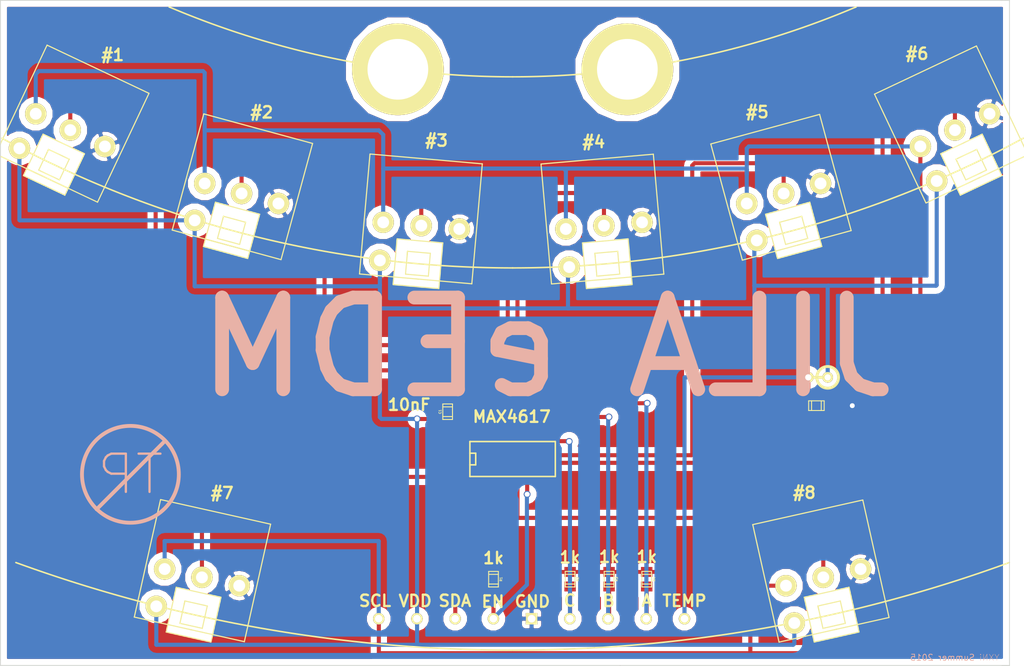
<source format=kicad_pcb>
(kicad_pcb (version 3) (host pcbnew "(2013-07-07 BZR 4022)-stable")

  (general
    (links 53)
    (no_connects 0)
    (area 132.035664 34.899999 267.738315 227.070001)
    (thickness 1.6)
    (drawings 44)
    (tracks 171)
    (zones 0)
    (modules 18)
    (nets 18)
  )

  (page A3)
  (layers
    (15 F.Cu signal hide)
    (0 B.Cu signal hide)
    (16 B.Adhes user)
    (17 F.Adhes user)
    (18 B.Paste user)
    (19 F.Paste user)
    (20 B.SilkS user)
    (21 F.SilkS user)
    (22 B.Mask user)
    (23 F.Mask user)
    (24 Dwgs.User user)
    (25 Cmts.User user)
    (26 Eco1.User user)
    (27 Eco2.User user)
    (28 Edge.Cuts user)
  )

  (setup
    (last_trace_width 0.5334)
    (trace_clearance 0.254)
    (zone_clearance 0.8)
    (zone_45_only no)
    (trace_min 0.254)
    (segment_width 0.2)
    (edge_width 0.1)
    (via_size 0.889)
    (via_drill 0.635)
    (via_min_size 0.889)
    (via_min_drill 0.508)
    (uvia_size 0.508)
    (uvia_drill 0.127)
    (uvias_allowed no)
    (uvia_min_size 0.508)
    (uvia_min_drill 0.127)
    (pcb_text_width 0.3)
    (pcb_text_size 1.5 1.5)
    (mod_edge_width 0.15)
    (mod_text_size 1 1)
    (mod_text_width 0.15)
    (pad_size 12 12)
    (pad_drill 7.9375)
    (pad_to_mask_clearance 0)
    (aux_axis_origin 0 0)
    (visible_elements 7FFFFFFF)
    (pcbplotparams
      (layerselection 284196865)
      (usegerberextensions true)
      (excludeedgelayer true)
      (linewidth 0.150000)
      (plotframeref false)
      (viasonmask false)
      (mode 1)
      (useauxorigin false)
      (hpglpennumber 1)
      (hpglpenspeed 20)
      (hpglpendiameter 15)
      (hpglpenoverlay 2)
      (psnegative false)
      (psa4output false)
      (plotreference false)
      (plotvalue false)
      (plotothertext false)
      (plotinvisibletext false)
      (padsonsilk false)
      (subtractmaskfromsilk false)
      (outputformat 1)
      (mirror false)
      (drillshape 0)
      (scaleselection 1)
      (outputdirectory Gerber/))
  )

  (net 0 "")
  (net 1 A)
  (net 2 B)
  (net 3 C)
  (net 4 EN)
  (net 5 GND)
  (net 6 SCL)
  (net 7 SDA)
  (net 8 SDA1)
  (net 9 SDA2)
  (net 10 SDA3)
  (net 11 SDA4)
  (net 12 SDA5)
  (net 13 SDA6)
  (net 14 SDA7)
  (net 15 SDA8)
  (net 16 TEMP)
  (net 17 VDD)

  (net_class Default "This is the default net class."
    (clearance 0.254)
    (trace_width 0.5334)
    (via_dia 0.889)
    (via_drill 0.635)
    (uvia_dia 0.508)
    (uvia_drill 0.127)
    (add_net "")
    (add_net A)
    (add_net B)
    (add_net C)
    (add_net EN)
    (add_net GND)
    (add_net SCL)
    (add_net SDA)
    (add_net SDA1)
    (add_net SDA2)
    (add_net SDA3)
    (add_net SDA4)
    (add_net SDA5)
    (add_net SDA6)
    (add_net SDA7)
    (add_net SDA8)
    (add_net TEMP)
    (add_net VDD)
  )

  (net_class Pads_0805 ""
    (clearance 0.254)
    (trace_width 1)
    (via_dia 0.889)
    (via_drill 0.635)
    (uvia_dia 0.508)
    (uvia_drill 0.127)
  )

  (module bolt_conn_host_single_supply (layer F.Cu) (tedit 55CCBFC0) (tstamp 55CA8D7D)
    (at 241.7335 220.36 12.6)
    (path /55A05683)
    (fp_text reference P8 (at 0 -12 12.6) (layer F.SilkS) hide
      (effects (font (size 1 1) (thickness 0.15)))
    )
    (fp_text value BOLT_CONN_SINGLE_SUPP (at 0 -10 12.6) (layer F.SilkS) hide
      (effects (font (size 1 1) (thickness 0.15)))
    )
    (fp_line (start -3 -3) (end 3 -3) (layer F.SilkS) (width 0.15))
    (fp_line (start 3 -3) (end 3 3) (layer F.SilkS) (width 0.15))
    (fp_line (start 3 3) (end -3 3) (layer F.SilkS) (width 0.15))
    (fp_line (start -3 3) (end -3 -3) (layer F.SilkS) (width 0.15))
    (fp_line (start 0 2) (end 7.25 2) (layer F.SilkS) (width 0.15))
    (fp_line (start 7.25 2) (end 7.25 -13.75) (layer F.SilkS) (width 0.15))
    (fp_line (start 7.25 -13.75) (end -7.5 -13.75) (layer F.SilkS) (width 0.15))
    (fp_line (start -7.5 -13.75) (end -7.5 2) (layer F.SilkS) (width 0.15))
    (fp_line (start -7.5 2) (end 0.25 2) (layer F.SilkS) (width 0.15))
    (fp_line (start -1.5 -1.5) (end 1.5 -1.5) (layer F.SilkS) (width 0.15))
    (fp_line (start 1.5 -1.5) (end 1.5 1.5) (layer F.SilkS) (width 0.15))
    (fp_line (start 1.5 1.5) (end -1.5 1.5) (layer F.SilkS) (width 0.15))
    (fp_line (start -1.5 1.5) (end -1.5 -1.5) (layer F.SilkS) (width 0.15))
    (fp_line (start -1.5 -1.5) (end -1.5 -1) (layer F.SilkS) (width 0.15))
    (pad 4 thru_hole circle (at 0 -5 12.6) (size 2.8 2.8) (drill 1.55)
      (layers *.Cu F.SilkS F.Mask)
      (net 15 SDA8)
    )
    (pad 2 thru_hole circle (at 5 -5 12.6) (size 2.8 2.8) (drill 1.55)
      (layers *.Cu F.SilkS F.Mask)
      (net 5 GND)
    )
    (pad 3 thru_hole circle (at -5 -5 12.6) (size 2.8 2.8) (drill 1.55)
      (layers *.Cu F.SilkS F.Mask)
      (net 6 SCL)
    )
    (pad 1 thru_hole circle (at -5 0 12.6) (size 2.8 2.8) (drill 1.55)
      (layers *.Cu F.SilkS F.Mask)
      (net 17 VDD)
    )
  )

  (module bolt_conn_host_single_supply (layer F.Cu) (tedit 55CCBFAA) (tstamp 55CA8D6B)
    (at 158.2665 220.36 347.4)
    (path /55A05679)
    (fp_text reference P7 (at 0 -12 347.4) (layer F.SilkS) hide
      (effects (font (size 1 1) (thickness 0.15)))
    )
    (fp_text value BOLT_CONN_SINGLE_SUPP (at 0 -10 347.4) (layer F.SilkS) hide
      (effects (font (size 1 1) (thickness 0.15)))
    )
    (fp_line (start -3 -3) (end 3 -3) (layer F.SilkS) (width 0.15))
    (fp_line (start 3 -3) (end 3 3) (layer F.SilkS) (width 0.15))
    (fp_line (start 3 3) (end -3 3) (layer F.SilkS) (width 0.15))
    (fp_line (start -3 3) (end -3 -3) (layer F.SilkS) (width 0.15))
    (fp_line (start 0 2) (end 7.25 2) (layer F.SilkS) (width 0.15))
    (fp_line (start 7.25 2) (end 7.25 -13.75) (layer F.SilkS) (width 0.15))
    (fp_line (start 7.25 -13.75) (end -7.5 -13.75) (layer F.SilkS) (width 0.15))
    (fp_line (start -7.5 -13.75) (end -7.5 2) (layer F.SilkS) (width 0.15))
    (fp_line (start -7.5 2) (end 0.25 2) (layer F.SilkS) (width 0.15))
    (fp_line (start -1.5 -1.5) (end 1.5 -1.5) (layer F.SilkS) (width 0.15))
    (fp_line (start 1.5 -1.5) (end 1.5 1.5) (layer F.SilkS) (width 0.15))
    (fp_line (start 1.5 1.5) (end -1.5 1.5) (layer F.SilkS) (width 0.15))
    (fp_line (start -1.5 1.5) (end -1.5 -1.5) (layer F.SilkS) (width 0.15))
    (fp_line (start -1.5 -1.5) (end -1.5 -1) (layer F.SilkS) (width 0.15))
    (pad 4 thru_hole circle (at 0 -5 347.4) (size 2.8 2.8) (drill 1.55)
      (layers *.Cu F.SilkS F.Mask)
      (net 14 SDA7)
    )
    (pad 2 thru_hole circle (at 5 -5 347.4) (size 2.8 2.8) (drill 1.55)
      (layers *.Cu F.SilkS F.Mask)
      (net 5 GND)
    )
    (pad 3 thru_hole circle (at -5 -5 347.4) (size 2.8 2.8) (drill 1.55)
      (layers *.Cu F.SilkS F.Mask)
      (net 6 SCL)
    )
    (pad 1 thru_hole circle (at -5 0 347.4) (size 2.8 2.8) (drill 1.55)
      (layers *.Cu F.SilkS F.Mask)
      (net 17 VDD)
    )
  )

  (module bolt_conn_host_single_supply (layer F.Cu) (tedit 55CCBFA3) (tstamp 55CA8D35)
    (at 260 161.4911 25.3)
    (path /55A0565B)
    (fp_text reference P6 (at 0 -12 25.3) (layer F.SilkS) hide
      (effects (font (size 1 1) (thickness 0.15)))
    )
    (fp_text value BOLT_CONN_SINGLE_SUPP (at 0 -10 25.3) (layer F.SilkS) hide
      (effects (font (size 1 1) (thickness 0.15)))
    )
    (fp_line (start -3 -3) (end 3 -3) (layer F.SilkS) (width 0.15))
    (fp_line (start 3 -3) (end 3 3) (layer F.SilkS) (width 0.15))
    (fp_line (start 3 3) (end -3 3) (layer F.SilkS) (width 0.15))
    (fp_line (start -3 3) (end -3 -3) (layer F.SilkS) (width 0.15))
    (fp_line (start 0 2) (end 7.25 2) (layer F.SilkS) (width 0.15))
    (fp_line (start 7.25 2) (end 7.25 -13.75) (layer F.SilkS) (width 0.15))
    (fp_line (start 7.25 -13.75) (end -7.5 -13.75) (layer F.SilkS) (width 0.15))
    (fp_line (start -7.5 -13.75) (end -7.5 2) (layer F.SilkS) (width 0.15))
    (fp_line (start -7.5 2) (end 0.25 2) (layer F.SilkS) (width 0.15))
    (fp_line (start -1.5 -1.5) (end 1.5 -1.5) (layer F.SilkS) (width 0.15))
    (fp_line (start 1.5 -1.5) (end 1.5 1.5) (layer F.SilkS) (width 0.15))
    (fp_line (start 1.5 1.5) (end -1.5 1.5) (layer F.SilkS) (width 0.15))
    (fp_line (start -1.5 1.5) (end -1.5 -1.5) (layer F.SilkS) (width 0.15))
    (fp_line (start -1.5 -1.5) (end -1.5 -1) (layer F.SilkS) (width 0.15))
    (pad 4 thru_hole circle (at 0 -5 25.3) (size 2.8 2.8) (drill 1.55)
      (layers *.Cu F.SilkS F.Mask)
      (net 13 SDA6)
    )
    (pad 2 thru_hole circle (at 5 -5 25.3) (size 2.8 2.8) (drill 1.55)
      (layers *.Cu F.SilkS F.Mask)
      (net 5 GND)
    )
    (pad 3 thru_hole circle (at -5 -5 25.3) (size 2.8 2.8) (drill 1.55)
      (layers *.Cu F.SilkS F.Mask)
      (net 6 SCL)
    )
    (pad 1 thru_hole circle (at -5 0 25.3) (size 2.8 2.8) (drill 1.55)
      (layers *.Cu F.SilkS F.Mask)
      (net 17 VDD)
    )
  )

  (module bolt_conn_host_single_supply (layer F.Cu) (tedit 55CCBF9E) (tstamp 55CA8D23)
    (at 236.7682 170.0855 15.2)
    (path /55A05651)
    (fp_text reference P5 (at 0 -12 15.2) (layer F.SilkS) hide
      (effects (font (size 1 1) (thickness 0.15)))
    )
    (fp_text value BOLT_CONN_SINGLE_SUPP (at 0 -10 15.2) (layer F.SilkS) hide
      (effects (font (size 1 1) (thickness 0.15)))
    )
    (fp_line (start -3 -3) (end 3 -3) (layer F.SilkS) (width 0.15))
    (fp_line (start 3 -3) (end 3 3) (layer F.SilkS) (width 0.15))
    (fp_line (start 3 3) (end -3 3) (layer F.SilkS) (width 0.15))
    (fp_line (start -3 3) (end -3 -3) (layer F.SilkS) (width 0.15))
    (fp_line (start 0 2) (end 7.25 2) (layer F.SilkS) (width 0.15))
    (fp_line (start 7.25 2) (end 7.25 -13.75) (layer F.SilkS) (width 0.15))
    (fp_line (start 7.25 -13.75) (end -7.5 -13.75) (layer F.SilkS) (width 0.15))
    (fp_line (start -7.5 -13.75) (end -7.5 2) (layer F.SilkS) (width 0.15))
    (fp_line (start -7.5 2) (end 0.25 2) (layer F.SilkS) (width 0.15))
    (fp_line (start -1.5 -1.5) (end 1.5 -1.5) (layer F.SilkS) (width 0.15))
    (fp_line (start 1.5 -1.5) (end 1.5 1.5) (layer F.SilkS) (width 0.15))
    (fp_line (start 1.5 1.5) (end -1.5 1.5) (layer F.SilkS) (width 0.15))
    (fp_line (start -1.5 1.5) (end -1.5 -1.5) (layer F.SilkS) (width 0.15))
    (fp_line (start -1.5 -1.5) (end -1.5 -1) (layer F.SilkS) (width 0.15))
    (pad 4 thru_hole circle (at 0 -5 15.2) (size 2.8 2.8) (drill 1.55)
      (layers *.Cu F.SilkS F.Mask)
      (net 12 SDA5)
    )
    (pad 2 thru_hole circle (at 5 -5 15.2) (size 2.8 2.8) (drill 1.55)
      (layers *.Cu F.SilkS F.Mask)
      (net 5 GND)
    )
    (pad 3 thru_hole circle (at -5 -5 15.2) (size 2.8 2.8) (drill 1.55)
      (layers *.Cu F.SilkS F.Mask)
      (net 6 SCL)
    )
    (pad 1 thru_hole circle (at -5 0 15.2) (size 2.8 2.8) (drill 1.55)
      (layers *.Cu F.SilkS F.Mask)
      (net 17 VDD)
    )
  )

  (module bolt_conn_host_single_supply (layer F.Cu) (tedit 55CCBF9B) (tstamp 55CA8D59)
    (at 212.3853 174.4511 5)
    (path /55A0566F)
    (fp_text reference P4 (at 0 -12 5) (layer F.SilkS) hide
      (effects (font (size 1 1) (thickness 0.15)))
    )
    (fp_text value BOLT_CONN_SINGLE_SUPP (at 0 -10 5) (layer F.SilkS) hide
      (effects (font (size 1 1) (thickness 0.15)))
    )
    (fp_line (start -3 -3) (end 3 -3) (layer F.SilkS) (width 0.15))
    (fp_line (start 3 -3) (end 3 3) (layer F.SilkS) (width 0.15))
    (fp_line (start 3 3) (end -3 3) (layer F.SilkS) (width 0.15))
    (fp_line (start -3 3) (end -3 -3) (layer F.SilkS) (width 0.15))
    (fp_line (start 0 2) (end 7.25 2) (layer F.SilkS) (width 0.15))
    (fp_line (start 7.25 2) (end 7.25 -13.75) (layer F.SilkS) (width 0.15))
    (fp_line (start 7.25 -13.75) (end -7.5 -13.75) (layer F.SilkS) (width 0.15))
    (fp_line (start -7.5 -13.75) (end -7.5 2) (layer F.SilkS) (width 0.15))
    (fp_line (start -7.5 2) (end 0.25 2) (layer F.SilkS) (width 0.15))
    (fp_line (start -1.5 -1.5) (end 1.5 -1.5) (layer F.SilkS) (width 0.15))
    (fp_line (start 1.5 -1.5) (end 1.5 1.5) (layer F.SilkS) (width 0.15))
    (fp_line (start 1.5 1.5) (end -1.5 1.5) (layer F.SilkS) (width 0.15))
    (fp_line (start -1.5 1.5) (end -1.5 -1.5) (layer F.SilkS) (width 0.15))
    (fp_line (start -1.5 -1.5) (end -1.5 -1) (layer F.SilkS) (width 0.15))
    (pad 4 thru_hole circle (at 0 -5 5) (size 2.8 2.8) (drill 1.55)
      (layers *.Cu F.SilkS F.Mask)
      (net 11 SDA4)
    )
    (pad 2 thru_hole circle (at 5 -5 5) (size 2.8 2.8) (drill 1.55)
      (layers *.Cu F.SilkS F.Mask)
      (net 5 GND)
    )
    (pad 3 thru_hole circle (at -5 -5 5) (size 2.8 2.8) (drill 1.55)
      (layers *.Cu F.SilkS F.Mask)
      (net 6 SCL)
    )
    (pad 1 thru_hole circle (at -5 0 5) (size 2.8 2.8) (drill 1.55)
      (layers *.Cu F.SilkS F.Mask)
      (net 17 VDD)
    )
  )

  (module bolt_conn_host_single_supply (layer F.Cu) (tedit 55CCBF94) (tstamp 55CA8D11)
    (at 163.2318 170.0855 344.8)
    (path /55A05644)
    (fp_text reference P2 (at 0 -12 344.8) (layer F.SilkS) hide
      (effects (font (size 1 1) (thickness 0.15)))
    )
    (fp_text value BOLT_CONN_SINGLE_SUPP (at 0 -10 344.8) (layer F.SilkS) hide
      (effects (font (size 1 1) (thickness 0.15)))
    )
    (fp_line (start -3 -3) (end 3 -3) (layer F.SilkS) (width 0.15))
    (fp_line (start 3 -3) (end 3 3) (layer F.SilkS) (width 0.15))
    (fp_line (start 3 3) (end -3 3) (layer F.SilkS) (width 0.15))
    (fp_line (start -3 3) (end -3 -3) (layer F.SilkS) (width 0.15))
    (fp_line (start 3 2) (end -3 2) (layer F.SilkS) (width 0.15))
    (fp_line (start 0 2) (end 7.25 2) (layer F.SilkS) (width 0.15))
    (fp_line (start 7.25 2) (end 7.25 -13.75) (layer F.SilkS) (width 0.15))
    (fp_line (start 7.25 -13.75) (end -7.5 -13.75) (layer F.SilkS) (width 0.15))
    (fp_line (start -7.5 -13.75) (end -7.5 2) (layer F.SilkS) (width 0.15))
    (fp_line (start -7.5 2) (end 0.25 2) (layer F.SilkS) (width 0.15))
    (fp_line (start -1.5 -1.5) (end 1.5 -1.5) (layer F.SilkS) (width 0.15))
    (fp_line (start 1.5 -1.5) (end 1.5 1.5) (layer F.SilkS) (width 0.15))
    (fp_line (start 1.5 1.5) (end -1.5 1.5) (layer F.SilkS) (width 0.15))
    (fp_line (start -1.5 1.5) (end -1.5 -1.5) (layer F.SilkS) (width 0.15))
    (fp_line (start -1.5 -1.5) (end -1.5 -1) (layer F.SilkS) (width 0.15))
    (pad 4 thru_hole circle (at 0 -5 344.8) (size 2.8 2.8) (drill 1.55)
      (layers *.Cu F.SilkS F.Mask)
      (net 9 SDA2)
    )
    (pad 2 thru_hole circle (at 5 -5 344.8) (size 2.8 2.8) (drill 1.55)
      (layers *.Cu F.SilkS F.Mask)
      (net 5 GND)
    )
    (pad 3 thru_hole circle (at -5 -5 344.8) (size 2.8 2.8) (drill 1.55)
      (layers *.Cu F.SilkS F.Mask)
      (net 6 SCL)
    )
    (pad 1 thru_hole circle (at -5 0 344.8) (size 2.8 2.8) (drill 1.55)
      (layers *.Cu F.SilkS F.Mask)
      (net 17 VDD)
    )
  )

  (module bolt_conn_host_single_supply (layer F.Cu) (tedit 55CCBF90) (tstamp 55CA8CFF)
    (at 140 161.4911 334.7)
    (path /55A055FE)
    (fp_text reference P1 (at 0 -12 334.7) (layer F.SilkS) hide
      (effects (font (size 1 1) (thickness 0.15)))
    )
    (fp_text value BOLT_CONN_SINGLE_SUPP (at 0 -10 334.7) (layer F.SilkS) hide
      (effects (font (size 1 1) (thickness 0.15)))
    )
    (fp_line (start -3 -3) (end 3 -3) (layer F.SilkS) (width 0.15))
    (fp_line (start 3 -3) (end 3 3) (layer F.SilkS) (width 0.15))
    (fp_line (start 3 3) (end -3 3) (layer F.SilkS) (width 0.15))
    (fp_line (start -3 3) (end -3 -3) (layer F.SilkS) (width 0.15))
    (fp_line (start 3 2) (end -3 2) (layer F.SilkS) (width 0.15))
    (fp_line (start 0 2) (end 7.25 2) (layer F.SilkS) (width 0.15))
    (fp_line (start 7.25 2) (end 7.25 -13.75) (layer F.SilkS) (width 0.15))
    (fp_line (start 7.25 -13.75) (end -7.5 -13.75) (layer F.SilkS) (width 0.15))
    (fp_line (start -7.5 -13.75) (end -7.5 2) (layer F.SilkS) (width 0.15))
    (fp_line (start -7.5 2) (end 0.25 2) (layer F.SilkS) (width 0.15))
    (fp_line (start -1.5 -1.5) (end 1.5 -1.5) (layer F.SilkS) (width 0.15))
    (fp_line (start 1.5 -1.5) (end 1.5 1.5) (layer F.SilkS) (width 0.15))
    (fp_line (start 1.5 1.5) (end -1.5 1.5) (layer F.SilkS) (width 0.15))
    (fp_line (start -1.5 1.5) (end -1.5 -1.5) (layer F.SilkS) (width 0.15))
    (fp_line (start -1.5 -1.5) (end -1.5 -1) (layer F.SilkS) (width 0.15))
    (pad 4 thru_hole circle (at 0 -5 334.7) (size 2.8 2.8) (drill 1.55)
      (layers *.Cu F.SilkS F.Mask)
      (net 8 SDA1)
    )
    (pad 2 thru_hole circle (at 5 -5 334.7) (size 2.8 2.8) (drill 1.55)
      (layers *.Cu F.SilkS F.Mask)
      (net 5 GND)
    )
    (pad 3 thru_hole circle (at -5 -5 334.7) (size 2.8 2.8) (drill 1.55)
      (layers *.Cu F.SilkS F.Mask)
      (net 6 SCL)
    )
    (pad 1 thru_hole circle (at -5 0 334.7) (size 2.8 2.8) (drill 1.55)
      (layers *.Cu F.SilkS F.Mask)
      (net 17 VDD)
    )
  )

  (module bolt_conn_host_single_supply (layer F.Cu) (tedit 55CCBF97) (tstamp 55CA8D47)
    (at 187.6147 174.4511 355)
    (path /55A05665)
    (fp_text reference P3 (at 0 -12 355) (layer F.SilkS) hide
      (effects (font (size 1 1) (thickness 0.15)))
    )
    (fp_text value BOLT_CONN_SINGLE_SUPP (at 0 -10 355) (layer F.SilkS) hide
      (effects (font (size 1 1) (thickness 0.15)))
    )
    (fp_line (start -3 -3) (end 3 -3) (layer F.SilkS) (width 0.15))
    (fp_line (start 3 -3) (end 3 3) (layer F.SilkS) (width 0.15))
    (fp_line (start 3 3) (end -3 3) (layer F.SilkS) (width 0.15))
    (fp_line (start -3 3) (end -3 -3) (layer F.SilkS) (width 0.15))
    (fp_line (start 0 2) (end 7.25 2) (layer F.SilkS) (width 0.15))
    (fp_line (start 7.25 2) (end 7.25 -13.75) (layer F.SilkS) (width 0.15))
    (fp_line (start 7.25 -13.75) (end -7.5 -13.75) (layer F.SilkS) (width 0.15))
    (fp_line (start -7.5 -13.75) (end -7.5 2) (layer F.SilkS) (width 0.15))
    (fp_line (start -7.5 2) (end 0.25 2) (layer F.SilkS) (width 0.15))
    (fp_line (start -1.5 -1.5) (end 1.5 -1.5) (layer F.SilkS) (width 0.15))
    (fp_line (start 1.5 -1.5) (end 1.5 1.5) (layer F.SilkS) (width 0.15))
    (fp_line (start 1.5 1.5) (end -1.5 1.5) (layer F.SilkS) (width 0.15))
    (fp_line (start -1.5 1.5) (end -1.5 -1.5) (layer F.SilkS) (width 0.15))
    (fp_line (start -1.5 -1.5) (end -1.5 -1) (layer F.SilkS) (width 0.15))
    (pad 4 thru_hole circle (at 0 -5 355) (size 2.8 2.8) (drill 1.55)
      (layers *.Cu F.SilkS F.Mask)
      (net 10 SDA3)
    )
    (pad 2 thru_hole circle (at 5 -5 355) (size 2.8 2.8) (drill 1.55)
      (layers *.Cu F.SilkS F.Mask)
      (net 5 GND)
    )
    (pad 3 thru_hole circle (at -5 -5 355) (size 2.8 2.8) (drill 1.55)
      (layers *.Cu F.SilkS F.Mask)
      (net 6 SCL)
    )
    (pad 1 thru_hole circle (at -5 0 355) (size 2.8 2.8) (drill 1.55)
      (layers *.Cu F.SilkS F.Mask)
      (net 17 VDD)
    )
  )

  (module Mounting_Hole (layer F.Cu) (tedit 55CA69F2) (tstamp 55CA94E7)
    (at 200 150)
    (fp_text reference "" (at 0 0) (layer F.SilkS) hide
      (effects (font (size 1 1) (thickness 0.15)))
    )
    (fp_text value "" (at 0 0) (layer F.SilkS) hide
      (effects (font (size 1 1) (thickness 0.15)))
    )
    (pad "" np_thru_hole circle (at -15.011 -0.984) (size 12 12) (drill 7.9375)
      (layers *.Cu *.Mask F.SilkS)
    )
    (pad "" np_thru_hole circle (at 15.011 -0.984) (size 12 12) (drill 7.9375)
      (layers *.Cu *.Mask F.SilkS)
    )
  )

  (module c_0805 (layer F.Cu) (tedit 49047394) (tstamp 55A80DB4)
    (at 207.52 215.72 270)
    (descr "SMT capacitor, 0805")
    (path /55A80B34)
    (fp_text reference R2 (at 0 -0.9906 270) (layer F.SilkS)
      (effects (font (size 0.29972 0.29972) (thickness 0.06096)))
    )
    (fp_text value 1k (at 0 0.9906 270) (layer F.SilkS) hide
      (effects (font (size 0.29972 0.29972) (thickness 0.06096)))
    )
    (fp_line (start 0.635 -0.635) (end 0.635 0.635) (layer F.SilkS) (width 0.127))
    (fp_line (start -0.635 -0.635) (end -0.635 0.6096) (layer F.SilkS) (width 0.127))
    (fp_line (start -1.016 -0.635) (end 1.016 -0.635) (layer F.SilkS) (width 0.127))
    (fp_line (start 1.016 -0.635) (end 1.016 0.635) (layer F.SilkS) (width 0.127))
    (fp_line (start 1.016 0.635) (end -1.016 0.635) (layer F.SilkS) (width 0.127))
    (fp_line (start -1.016 0.635) (end -1.016 -0.635) (layer F.SilkS) (width 0.127))
    (pad 1 smd rect (at 0.9525 0 270) (size 1.30048 1.4986)
      (layers F.Cu F.Paste F.Mask)
      (net 3 C)
    )
    (pad 2 smd rect (at -0.9525 0 270) (size 1.30048 1.4986)
      (layers F.Cu F.Paste F.Mask)
      (net 5 GND)
    )
    (model smd/capacitors/c_0805.wrl
      (at (xyz 0 0 0))
      (scale (xyz 1 1 1))
      (rotate (xyz 0 0 0))
    )
  )

  (module c_0805 (layer F.Cu) (tedit 49047394) (tstamp 55A80DC0)
    (at 212.62 215.72 270)
    (descr "SMT capacitor, 0805")
    (path /55A80B41)
    (fp_text reference R3 (at 0 -0.9906 270) (layer F.SilkS)
      (effects (font (size 0.29972 0.29972) (thickness 0.06096)))
    )
    (fp_text value 1k (at 0 0.9906 270) (layer F.SilkS) hide
      (effects (font (size 0.29972 0.29972) (thickness 0.06096)))
    )
    (fp_line (start 0.635 -0.635) (end 0.635 0.635) (layer F.SilkS) (width 0.127))
    (fp_line (start -0.635 -0.635) (end -0.635 0.6096) (layer F.SilkS) (width 0.127))
    (fp_line (start -1.016 -0.635) (end 1.016 -0.635) (layer F.SilkS) (width 0.127))
    (fp_line (start 1.016 -0.635) (end 1.016 0.635) (layer F.SilkS) (width 0.127))
    (fp_line (start 1.016 0.635) (end -1.016 0.635) (layer F.SilkS) (width 0.127))
    (fp_line (start -1.016 0.635) (end -1.016 -0.635) (layer F.SilkS) (width 0.127))
    (pad 1 smd rect (at 0.9525 0 270) (size 1.30048 1.4986)
      (layers F.Cu F.Paste F.Mask)
      (net 2 B)
    )
    (pad 2 smd rect (at -0.9525 0 270) (size 1.30048 1.4986)
      (layers F.Cu F.Paste F.Mask)
      (net 5 GND)
    )
    (model smd/capacitors/c_0805.wrl
      (at (xyz 0 0 0))
      (scale (xyz 1 1 1))
      (rotate (xyz 0 0 0))
    )
  )

  (module c_0805 (layer F.Cu) (tedit 49047394) (tstamp 55A80DCC)
    (at 217.54 215.72 270)
    (descr "SMT capacitor, 0805")
    (path /55A80B47)
    (fp_text reference R4 (at 0 -0.9906 270) (layer F.SilkS)
      (effects (font (size 0.29972 0.29972) (thickness 0.06096)))
    )
    (fp_text value 1k (at 0 0.9906 270) (layer F.SilkS) hide
      (effects (font (size 0.29972 0.29972) (thickness 0.06096)))
    )
    (fp_line (start 0.635 -0.635) (end 0.635 0.635) (layer F.SilkS) (width 0.127))
    (fp_line (start -0.635 -0.635) (end -0.635 0.6096) (layer F.SilkS) (width 0.127))
    (fp_line (start -1.016 -0.635) (end 1.016 -0.635) (layer F.SilkS) (width 0.127))
    (fp_line (start 1.016 -0.635) (end 1.016 0.635) (layer F.SilkS) (width 0.127))
    (fp_line (start 1.016 0.635) (end -1.016 0.635) (layer F.SilkS) (width 0.127))
    (fp_line (start -1.016 0.635) (end -1.016 -0.635) (layer F.SilkS) (width 0.127))
    (pad 1 smd rect (at 0.9525 0 270) (size 1.30048 1.4986)
      (layers F.Cu F.Paste F.Mask)
      (net 1 A)
    )
    (pad 2 smd rect (at -0.9525 0 270) (size 1.30048 1.4986)
      (layers F.Cu F.Paste F.Mask)
      (net 5 GND)
    )
    (model smd/capacitors/c_0805.wrl
      (at (xyz 0 0 0))
      (scale (xyz 1 1 1))
      (rotate (xyz 0 0 0))
    )
  )

  (module c_0805 (layer F.Cu) (tedit 49047394) (tstamp 55CA368C)
    (at 191.5 193.81 90)
    (descr "SMT capacitor, 0805")
    (path /55A80B4F)
    (fp_text reference C1 (at 0 -0.9906 90) (layer F.SilkS)
      (effects (font (size 0.29972 0.29972) (thickness 0.06096)))
    )
    (fp_text value 10nF (at 0 0.9906 90) (layer F.SilkS) hide
      (effects (font (size 0.29972 0.29972) (thickness 0.06096)))
    )
    (fp_line (start 0.635 -0.635) (end 0.635 0.635) (layer F.SilkS) (width 0.127))
    (fp_line (start -0.635 -0.635) (end -0.635 0.6096) (layer F.SilkS) (width 0.127))
    (fp_line (start -1.016 -0.635) (end 1.016 -0.635) (layer F.SilkS) (width 0.127))
    (fp_line (start 1.016 -0.635) (end 1.016 0.635) (layer F.SilkS) (width 0.127))
    (fp_line (start 1.016 0.635) (end -1.016 0.635) (layer F.SilkS) (width 0.127))
    (fp_line (start -1.016 0.635) (end -1.016 -0.635) (layer F.SilkS) (width 0.127))
    (pad 1 smd rect (at 0.9525 0 90) (size 1.30048 1.4986)
      (layers F.Cu F.Paste F.Mask)
      (net 5 GND)
    )
    (pad 2 smd rect (at -0.9525 0 90) (size 1.30048 1.4986)
      (layers F.Cu F.Paste F.Mask)
      (net 17 VDD)
    )
    (model smd/capacitors/c_0805.wrl
      (at (xyz 0 0 0))
      (scale (xyz 1 1 1))
      (rotate (xyz 0 0 0))
    )
  )

  (module c_0805 (layer F.Cu) (tedit 49047394) (tstamp 55A80DE4)
    (at 197.5 215.72 270)
    (descr "SMT capacitor, 0805")
    (path /55A80B5C)
    (fp_text reference R1 (at 0 -0.9906 270) (layer F.SilkS)
      (effects (font (size 0.29972 0.29972) (thickness 0.06096)))
    )
    (fp_text value 1k (at 0 0.9906 270) (layer F.SilkS) hide
      (effects (font (size 0.29972 0.29972) (thickness 0.06096)))
    )
    (fp_line (start 0.635 -0.635) (end 0.635 0.635) (layer F.SilkS) (width 0.127))
    (fp_line (start -0.635 -0.635) (end -0.635 0.6096) (layer F.SilkS) (width 0.127))
    (fp_line (start -1.016 -0.635) (end 1.016 -0.635) (layer F.SilkS) (width 0.127))
    (fp_line (start 1.016 -0.635) (end 1.016 0.635) (layer F.SilkS) (width 0.127))
    (fp_line (start 1.016 0.635) (end -1.016 0.635) (layer F.SilkS) (width 0.127))
    (fp_line (start -1.016 0.635) (end -1.016 -0.635) (layer F.SilkS) (width 0.127))
    (pad 1 smd rect (at 0.9525 0 270) (size 1.30048 1.4986)
      (layers F.Cu F.Paste F.Mask)
      (net 4 EN)
    )
    (pad 2 smd rect (at -0.9525 0 270) (size 1.30048 1.4986)
      (layers F.Cu F.Paste F.Mask)
      (net 5 GND)
    )
    (model smd/capacitors/c_0805.wrl
      (at (xyz 0 0 0))
      (scale (xyz 1 1 1))
      (rotate (xyz 0 0 0))
    )
  )

  (module SO-16-Narrow (layer F.Cu) (tedit 55CCBFCF) (tstamp 55A83C52)
    (at 200 200)
    (descr "Module CMS SOJ 16 pins large")
    (tags "CMS SOJ")
    (path /55A6BF8F)
    (attr smd)
    (fp_text reference MUX1 (at 0.127 -1.27) (layer F.SilkS) hide
      (effects (font (size 1.016 1.016) (thickness 0.2032)))
    )
    (fp_text value MAX4617 (at 0 1.27) (layer F.SilkS) hide
      (effects (font (size 1.016 1.016) (thickness 0.2032)))
    )
    (fp_line (start -5.588 -0.762) (end -4.826 -0.762) (layer F.SilkS) (width 0.2032))
    (fp_line (start -4.826 -0.762) (end -4.826 0.762) (layer F.SilkS) (width 0.2032))
    (fp_line (start -4.826 0.762) (end -5.588 0.762) (layer F.SilkS) (width 0.2032))
    (fp_line (start 5.588 -2.286) (end 5.588 2.286) (layer F.SilkS) (width 0.2032))
    (fp_line (start 5.588 2.286) (end -5.588 2.286) (layer F.SilkS) (width 0.2032))
    (fp_line (start -5.588 2.286) (end -5.588 -2.286) (layer F.SilkS) (width 0.2032))
    (fp_line (start -5.588 -2.286) (end 5.588 -2.286) (layer F.SilkS) (width 0.2032))
    (pad 16 smd rect (at -4.445 -2.3368) (size 0.5334 1.9812)
      (layers F.Cu F.Paste F.Mask)
      (net 17 VDD)
    )
    (pad 14 smd rect (at -1.905 -2.3368) (size 0.5334 1.9812)
      (layers F.Cu F.Paste F.Mask)
      (net 9 SDA2)
    )
    (pad 13 smd rect (at -0.635 -2.3368) (size 0.5334 1.9812)
      (layers F.Cu F.Paste F.Mask)
      (net 10 SDA3)
    )
    (pad 12 smd rect (at 0.635 -2.3368) (size 0.5334 1.9812)
      (layers F.Cu F.Paste F.Mask)
      (net 11 SDA4)
    )
    (pad 11 smd rect (at 1.905 -2.3368) (size 0.5334 1.9812)
      (layers F.Cu F.Paste F.Mask)
      (net 1 A)
    )
    (pad 10 smd rect (at 3.175 -2.3368) (size 0.5334 1.9812)
      (layers F.Cu F.Paste F.Mask)
      (net 2 B)
    )
    (pad 9 smd rect (at 4.445 -2.3368) (size 0.5334 1.9812)
      (layers F.Cu F.Paste F.Mask)
      (net 3 C)
    )
    (pad 8 smd rect (at 4.445 2.3368) (size 0.5334 1.9812)
      (layers F.Cu F.Paste F.Mask)
      (net 5 GND)
    )
    (pad 7 smd rect (at 3.175 2.3368) (size 0.5334 1.9812)
      (layers F.Cu F.Paste F.Mask)
    )
    (pad 6 smd rect (at 1.905 2.3368) (size 0.5334 1.9812)
      (layers F.Cu F.Paste F.Mask)
      (net 4 EN)
    )
    (pad 5 smd rect (at 0.635 2.3368) (size 0.5334 1.9812)
      (layers F.Cu F.Paste F.Mask)
      (net 15 SDA8)
    )
    (pad 4 smd rect (at -0.635 2.3368) (size 0.5334 1.9812)
      (layers F.Cu F.Paste F.Mask)
      (net 13 SDA6)
    )
    (pad 3 smd rect (at -1.905 2.3368) (size 0.5334 1.9812)
      (layers F.Cu F.Paste F.Mask)
      (net 7 SDA)
    )
    (pad 2 smd rect (at -3.175 2.3368) (size 0.5334 1.9812)
      (layers F.Cu F.Paste F.Mask)
      (net 12 SDA5)
    )
    (pad 1 smd rect (at -4.445 2.3368) (size 0.5334 1.9812)
      (layers F.Cu F.Paste F.Mask)
      (net 14 SDA7)
    )
    (pad 15 smd rect (at -3.175 -2.3368) (size 0.5334 1.9812)
      (layers F.Cu F.Paste F.Mask)
      (net 8 SDA1)
    )
    (model smd/cms_so16.wrl
      (at (xyz 0 0 0))
      (scale (xyz 0.5 0.4 0.5))
      (rotate (xyz 0 0 0))
    )
  )

  (module R1 (layer F.Cu) (tedit 55CB8D02) (tstamp 55CB8C87)
    (at 239.95 189.315 180)
    (descr "Resistance verticale")
    (tags R)
    (path /55CB7ED9)
    (autoplace_cost90 10)
    (autoplace_cost180 10)
    (fp_text reference TEMP1 (at -1.016 2.54 180) (layer F.SilkS) hide
      (effects (font (size 1.397 1.27) (thickness 0.2032)))
    )
    (fp_text value TEMP (at -1.143 2.54 180) (layer F.SilkS) hide
      (effects (font (size 1.397 1.27) (thickness 0.2032)))
    )
    (fp_line (start -1.27 0) (end 1.27 0) (layer F.SilkS) (width 0.381))
    (fp_circle (center -1.27 0) (end -0.635 1.27) (layer F.SilkS) (width 0.381))
    (pad 1 thru_hole circle (at -1.27 0 180) (size 1.397 1.397) (drill 0.8128)
      (layers *.Cu *.Mask F.SilkS)
      (net 17 VDD)
    )
    (pad 2 thru_hole circle (at 1.27 0 180) (size 1.397 1.397) (drill 0.8128)
      (layers *.Cu *.Mask F.SilkS)
      (net 16 TEMP)
    )
    (model discret/verti_resistor.wrl
      (at (xyz 0 0 0))
      (scale (xyz 1 1 1))
      (rotate (xyz 0 0 0))
    )
  )

  (module HOST_DUNGLE_TEMP (layer F.Cu) (tedit 55CCBFB1) (tstamp 55CB8C94)
    (at 202.485 220.89)
    (path /55A6C132)
    (fp_text reference P9 (at 0 -5) (layer F.SilkS) hide
      (effects (font (size 1 1) (thickness 0.15)))
    )
    (fp_text value HOST_CONNECTOR_SINGLE_SUPP (at 0 -10) (layer F.SilkS) hide
      (effects (font (size 1 1) (thickness 0.15)))
    )
    (pad 4 thru_hole rect (at 0 0) (size 1.5 1.5) (drill 1)
      (layers *.Cu *.Mask F.SilkS)
      (net 5 GND)
    )
    (pad 8 thru_hole circle (at -5 0) (size 1.5 1.5) (drill 1)
      (layers *.Cu *.Mask F.SilkS)
      (net 4 EN)
    )
    (pad 2 thru_hole circle (at -10 0) (size 1.5 1.5) (drill 1)
      (layers *.Cu *.Mask F.SilkS)
      (net 7 SDA)
    )
    (pad 3 thru_hole circle (at -15 0) (size 1.5 1.5) (drill 1)
      (layers *.Cu *.Mask F.SilkS)
      (net 17 VDD)
    )
    (pad 1 thru_hole circle (at -20 0) (size 1.5 1.5) (drill 1)
      (layers *.Cu *.Mask F.SilkS)
      (net 6 SCL)
    )
    (pad 7 thru_hole circle (at 5 0) (size 1.5 1.5) (drill 1)
      (layers *.Cu *.Mask F.SilkS)
      (net 3 C)
    )
    (pad 6 thru_hole circle (at 10 0) (size 1.5 1.5) (drill 1)
      (layers *.Cu *.Mask F.SilkS)
      (net 2 B)
    )
    (pad 5 thru_hole circle (at 15 0) (size 1.5 1.5) (drill 1)
      (layers *.Cu *.Mask F.SilkS)
      (net 1 A)
    )
    (pad 9 thru_hole circle (at 20 0) (size 1.5 1.5) (drill 1)
      (layers *.Cu *.Mask F.SilkS)
      (net 16 TEMP)
    )
  )

  (module c_0805 (layer F.Cu) (tedit 55CB9414) (tstamp 55CB8CA0)
    (at 239.745 193.02 180)
    (descr "SMT capacitor, 0805")
    (path /55CB828C)
    (fp_text reference R5 (at 0 -0.9906 180) (layer F.SilkS) hide
      (effects (font (size 0.29972 0.29972) (thickness 0.06096)))
    )
    (fp_text value 25k (at -0.005 -1.445 180) (layer F.SilkS) hide
      (effects (font (size 0.29972 0.29972) (thickness 0.06096)))
    )
    (fp_line (start 0.635 -0.635) (end 0.635 0.635) (layer F.SilkS) (width 0.127))
    (fp_line (start -0.635 -0.635) (end -0.635 0.6096) (layer F.SilkS) (width 0.127))
    (fp_line (start -1.016 -0.635) (end 1.016 -0.635) (layer F.SilkS) (width 0.127))
    (fp_line (start 1.016 -0.635) (end 1.016 0.635) (layer F.SilkS) (width 0.127))
    (fp_line (start 1.016 0.635) (end -1.016 0.635) (layer F.SilkS) (width 0.127))
    (fp_line (start -1.016 0.635) (end -1.016 -0.635) (layer F.SilkS) (width 0.127))
    (pad 1 smd rect (at 0.9525 0 180) (size 1.30048 1.4986)
      (layers F.Cu F.Paste F.Mask)
      (net 16 TEMP)
    )
    (pad 2 smd rect (at -0.9525 0 180) (size 1.30048 1.4986)
      (layers F.Cu F.Paste F.Mask)
      (net 5 GND)
    )
    (model smd/capacitors/c_0805.wrl
      (at (xyz 0 0 0))
      (scale (xyz 1 1 1))
      (rotate (xyz 0 0 0))
    )
  )

  (gr_text "Summer 2015" (at 256.23 225.97) (layer B.SilkS)
    (effects (font (size 0.8 0.8) (thickness 0.1)) (justify mirror))
  )
  (gr_text MAX4617 (at 199.885 194.46) (layer F.SilkS)
    (effects (font (size 1.5 1.5) (thickness 0.3)))
  )
  (gr_text YXNi (at 262.365 225.97) (layer B.SilkS)
    (effects (font (size 0.8 0.8) (thickness 0.05)) (justify mirror))
  )
  (gr_line (start 145.58 206.575) (end 145.57 206.575) (angle 90) (layer B.SilkS) (width 0.2))
  (gr_line (start 154.455 197.7) (end 145.58 206.575) (angle 90) (layer B.SilkS) (width 0.5))
  (gr_circle (center 150 202) (end 155.45 205.23) (layer B.SilkS) (width 0.5))
  (gr_text TP (at 150 202) (layer B.SilkS)
    (effects (font (size 5 5) (thickness 0.3)) (justify mirror))
  )
  (gr_text "JILA eEDM " (at 200 185.42) (layer B.SilkS)
    (effects (font (size 12 12) (thickness 1.8)) (justify mirror))
  )
  (gr_text TEMP (at 222.475 218.555) (layer F.SilkS)
    (effects (font (size 1.5 1.5) (thickness 0.3)))
  )
  (gr_arc (start 200 35) (end 200 225) (angle -20) (layer F.SilkS) (width 0.2))
  (gr_arc (start 200 35) (end 200 225) (angle 20) (layer F.SilkS) (width 0.2) (tstamp 55CA8C5E))
  (gr_arc (start 200 35) (end 200 175) (angle -28.5) (layer F.SilkS) (width 0.2))
  (gr_arc (start 200 35) (end 200 175) (angle 28.5) (layer F.SilkS) (width 0.2))
  (gr_arc (start 200 35) (end 200 150) (angle -23) (layer F.SilkS) (width 0.2) (tstamp 55CA7910))
  (gr_arc (start 200 35) (end 200 150) (angle 23) (layer F.SilkS) (width 0.2) (tstamp 55CA790F))
  (gr_line (start 133 227) (end 265 227) (angle 90) (layer Edge.Cuts) (width 0.1))
  (gr_line (start 133 140) (end 133 227) (angle 90) (layer Edge.Cuts) (width 0.1))
  (gr_line (start 265 227) (end 264 227) (angle 90) (layer Edge.Cuts) (width 0.1))
  (gr_line (start 265 140) (end 265 227) (angle 90) (layer Edge.Cuts) (width 0.1))
  (gr_line (start 264 140) (end 265 140) (angle 90) (layer Edge.Cuts) (width 0.1))
  (gr_text SCL (at 182 218.55) (layer F.SilkS)
    (effects (font (size 1.5 1.5) (thickness 0.3)))
  )
  (gr_text 10nF (at 186.46 192.9) (layer F.SilkS)
    (effects (font (size 1.5 1.5) (thickness 0.3)))
  )
  (gr_text 1k (at 212.64 212.79) (layer F.SilkS)
    (effects (font (size 1.5 1.5) (thickness 0.3)))
  )
  (gr_text 1k (at 217.55 212.79) (layer F.SilkS)
    (effects (font (size 1.5 1.5) (thickness 0.3)))
  )
  (gr_text 1k (at 207.49 212.86) (layer F.SilkS)
    (effects (font (size 1.5 1.5) (thickness 0.3)))
  )
  (gr_text 1k (at 197.5 212.96) (layer F.SilkS)
    (effects (font (size 1.5 1.5) (thickness 0.3)))
  )
  (gr_text "#8" (at 238.16 204.41) (layer F.SilkS)
    (effects (font (size 1.5 1.5) (thickness 0.3)))
  )
  (gr_text "#7" (at 162 204.46) (layer F.SilkS)
    (effects (font (size 1.5 1.5) (thickness 0.3)))
  )
  (gr_text "#6" (at 252.91 146.99) (layer F.SilkS)
    (effects (font (size 1.5 1.5) (thickness 0.3)))
  )
  (gr_text "#5" (at 232.01 154.62) (layer F.SilkS)
    (effects (font (size 1.5 1.5) (thickness 0.3)))
  )
  (gr_text "#4" (at 210.61 158.53) (layer F.SilkS)
    (effects (font (size 1.5 1.5) (thickness 0.3)))
  )
  (gr_text "#3" (at 190.04 158.34) (layer F.SilkS)
    (effects (font (size 1.5 1.5) (thickness 0.3)))
  )
  (gr_text "#2" (at 167.18 154.65) (layer F.SilkS)
    (effects (font (size 1.5 1.5) (thickness 0.3)))
  )
  (gr_text "#1" (at 147.68 147.14) (layer F.SilkS)
    (effects (font (size 1.5 1.5) (thickness 0.3)))
  )
  (gr_text A (at 217.54 218.53) (layer F.SilkS)
    (effects (font (size 1.5 1.5) (thickness 0.3)))
  )
  (gr_text B (at 212.56 218.55) (layer F.SilkS)
    (effects (font (size 1.5 1.5) (thickness 0.3)))
  )
  (gr_text C (at 207.47 218.52) (layer F.SilkS)
    (effects (font (size 1.5 1.5) (thickness 0.3)))
  )
  (gr_text VDD (at 187.26 218.57) (layer F.SilkS)
    (effects (font (size 1.5 1.5) (thickness 0.3)))
  )
  (gr_text SDA (at 192.45 218.55) (layer F.SilkS)
    (effects (font (size 1.5 1.5) (thickness 0.3)))
  )
  (gr_text EN (at 197.43 218.66) (layer F.SilkS)
    (effects (font (size 1.5 1.5) (thickness 0.3)))
  )
  (gr_text GND (at 202.59 218.64) (layer F.SilkS)
    (effects (font (size 1.5 1.5) (thickness 0.3)))
  )
  (gr_line (start 133 226.26) (end 132.99 226.26) (angle 90) (layer Edge.Cuts) (width 0.1))
  (gr_line (start 214.07 227.02) (end 214.07 227.01) (angle 90) (layer Edge.Cuts) (width 0.1))
  (gr_line (start 133 140) (end 264 140) (angle 90) (layer Edge.Cuts) (width 0.1) (tstamp 55A8169D))

  (segment (start 201.905 197.6632) (end 201.905 192.705) (width 0.5334) (layer F.Cu) (net 1))
  (segment (start 217.5 192.8) (end 217.5 220.8109) (width 0.5334) (layer B.Cu) (net 1) (tstamp 55CA92EC))
  (segment (start 217.6 192.7) (end 217.5 192.8) (width 0.5334) (layer B.Cu) (net 1) (tstamp 55CA92EB))
  (via (at 217.6 192.7) (size 0.889) (layers F.Cu B.Cu) (net 1))
  (segment (start 201.91 192.7) (end 217.6 192.7) (width 0.5334) (layer F.Cu) (net 1) (tstamp 55CA92E3))
  (segment (start 201.905 192.705) (end 201.91 192.7) (width 0.5334) (layer F.Cu) (net 1) (tstamp 55CA92DE))
  (segment (start 217.54 216.6725) (end 217.54 220.7709) (width 0.5334) (layer F.Cu) (net 1))
  (segment (start 217.54 220.7709) (end 217.5 220.8109) (width 0.5334) (layer F.Cu) (net 1) (tstamp 55CA33A9))
  (segment (start 203.175 197.6632) (end 203.175 194.625) (width 0.5334) (layer F.Cu) (net 2))
  (segment (start 212.5 194.6) (end 212.5 220.8109) (width 0.5334) (layer B.Cu) (net 2) (tstamp 55CA92D4))
  (segment (start 212.6 194.5) (end 212.5 194.6) (width 0.5334) (layer B.Cu) (net 2) (tstamp 55CA92D3))
  (via (at 212.6 194.5) (size 0.889) (layers F.Cu B.Cu) (net 2))
  (segment (start 203.3 194.5) (end 212.6 194.5) (width 0.5334) (layer F.Cu) (net 2) (tstamp 55CA92CA))
  (segment (start 203.175 194.625) (end 203.3 194.5) (width 0.5334) (layer F.Cu) (net 2) (tstamp 55CA92C3))
  (segment (start 212.62 216.6725) (end 212.62 220.6909) (width 0.5334) (layer F.Cu) (net 2))
  (segment (start 212.62 220.6909) (end 212.5 220.8109) (width 0.5334) (layer F.Cu) (net 2) (tstamp 55CA33A6))
  (segment (start 204.445 197.6632) (end 207.3632 197.6632) (width 0.5334) (layer F.Cu) (net 3))
  (segment (start 207.5 197.8) (end 207.5 220.8109) (width 0.5334) (layer B.Cu) (net 3) (tstamp 55CA928E))
  (segment (start 207.4 197.7) (end 207.5 197.8) (width 0.5334) (layer B.Cu) (net 3) (tstamp 55CA928D))
  (via (at 207.4 197.7) (size 0.889) (layers F.Cu B.Cu) (net 3))
  (segment (start 207.3632 197.6632) (end 207.4 197.7) (width 0.5334) (layer F.Cu) (net 3) (tstamp 55CA927F))
  (segment (start 207.52 216.6725) (end 207.52 220.7909) (width 0.5334) (layer F.Cu) (net 3))
  (segment (start 207.52 220.7909) (end 207.5 220.8109) (width 0.5334) (layer F.Cu) (net 3) (tstamp 55CA33A3))
  (segment (start 197.5 216.6725) (end 197.5 220.8109) (width 0.5334) (layer F.Cu) (net 4))
  (segment (start 201.905 202.3368) (end 201.905 204.605) (width 0.5334) (layer F.Cu) (net 4))
  (segment (start 201.905 204.605) (end 201.9 204.61) (width 0.5334) (layer F.Cu) (net 4) (tstamp 55A83CD7))
  (via (at 201.9 204.61) (size 0.889) (layers F.Cu B.Cu) (net 4))
  (segment (start 201.9 204.61) (end 201.87 204.64) (width 0.5334) (layer B.Cu) (net 4) (tstamp 55A83CDC))
  (segment (start 201.87 204.64) (end 201.87 216.4409) (width 0.5334) (layer B.Cu) (net 4) (tstamp 55A83CDD))
  (segment (start 201.87 216.4409) (end 197.5 220.8109) (width 0.5334) (layer B.Cu) (net 4) (tstamp 55A83CE8))
  (segment (start 240.6975 193.02) (end 244.435 193.02) (width 0.5334) (layer F.Cu) (net 5))
  (via (at 244.435 193.02) (size 0.889) (layers F.Cu B.Cu) (net 5))
  (segment (start 154.477632 214.3897) (end 154.477632 210.737368) (width 0.5334) (layer B.Cu) (net 6))
  (segment (start 182.485 210.75) (end 182.485 220.89) (width 0.5334) (layer B.Cu) (net 6) (tstamp 55CB8E45))
  (segment (start 182.47 210.735) (end 182.485 210.75) (width 0.5334) (layer B.Cu) (net 6) (tstamp 55CB8E36))
  (segment (start 154.48 210.735) (end 182.47 210.735) (width 0.5334) (layer B.Cu) (net 6) (tstamp 55CB8E32))
  (segment (start 154.477632 210.737368) (end 154.48 210.735) (width 0.5334) (layer B.Cu) (net 6) (tstamp 55CB8E2A))
  (segment (start 235.7632 216.571132) (end 231.371132 216.571132) (width 0.5334) (layer F.Cu) (net 6))
  (segment (start 231.1 216.842264) (end 231.1 225.4) (width 0.5334) (layer F.Cu) (net 6) (tstamp 55CA95D1))
  (segment (start 231.371132 216.571132) (end 231.1 216.842264) (width 0.5334) (layer F.Cu) (net 6) (tstamp 55CA95CF))
  (segment (start 253.342798 159.107477) (end 253.342798 225.542798) (width 0.5334) (layer F.Cu) (net 6))
  (segment (start 182.5 225.4) (end 182.5 220.8109) (width 0.5334) (layer F.Cu) (net 6) (tstamp 55CA9535))
  (segment (start 253.2 225.4) (end 231.1 225.4) (width 0.5334) (layer F.Cu) (net 6) (tstamp 55CA952D))
  (segment (start 231.1 225.4) (end 182.5 225.4) (width 0.5334) (layer F.Cu) (net 6) (tstamp 55CA95D5))
  (segment (start 253.342798 225.542798) (end 253.2 225.4) (width 0.5334) (layer F.Cu) (net 6) (tstamp 55CA9524))
  (segment (start 230.632172 162.75) (end 230.632172 159.367828) (width 0.5334) (layer B.Cu) (net 6))
  (segment (start 230.892523 159.107477) (end 253.342798 159.107477) (width 0.5334) (layer B.Cu) (net 6) (tstamp 55CA8EE2))
  (segment (start 230.632172 159.367828) (end 230.892523 159.107477) (width 0.5334) (layer B.Cu) (net 6) (tstamp 55CA8EE1))
  (segment (start 206.687096 162) (end 229.75 162) (width 0.5334) (layer B.Cu) (net 6))
  (segment (start 230.632172 162.132172) (end 230.632172 162.75) (width 0.5334) (layer B.Cu) (net 6) (tstamp 55CA8ED6))
  (segment (start 230.632172 162.75) (end 230.632172 166.571363) (width 0.5334) (layer B.Cu) (net 6) (tstamp 55CA8EDF))
  (segment (start 230.5 162) (end 230.632172 162.132172) (width 0.5334) (layer B.Cu) (net 6) (tstamp 55CA8ED5))
  (segment (start 229.75 162) (end 230.5 162) (width 0.5334) (layer B.Cu) (net 6) (tstamp 55CA8ED4))
  (segment (start 206.968548 169.905905) (end 206.968548 162.281452) (width 0.5334) (layer B.Cu) (net 6))
  (segment (start 206.687096 162) (end 183.069505 162) (width 0.5334) (layer B.Cu) (net 6) (tstamp 55CA8ECE))
  (segment (start 206.968548 162.281452) (end 206.687096 162) (width 0.5334) (layer B.Cu) (net 6) (tstamp 55CA8ECD))
  (segment (start 159.717663 157) (end 182.5 157) (width 0.5334) (layer B.Cu) (net 6))
  (segment (start 183.069505 157.569505) (end 183.069505 162) (width 0.5334) (layer B.Cu) (net 6) (tstamp 55CA8ECA))
  (segment (start 183.069505 162) (end 183.069505 169.034348) (width 0.5334) (layer B.Cu) (net 6) (tstamp 55CA8ED1))
  (segment (start 182.5 157) (end 183.069505 157.569505) (width 0.5334) (layer B.Cu) (net 6) (tstamp 55CA8EC9))
  (segment (start 137.616377 154.833898) (end 137.616377 149.633623) (width 0.5334) (layer B.Cu) (net 6))
  (segment (start 159.717663 149.467663) (end 159.717663 157) (width 0.5334) (layer B.Cu) (net 6) (tstamp 55CA8EC4))
  (segment (start 159.717663 157) (end 159.717663 163.949472) (width 0.5334) (layer B.Cu) (net 6) (tstamp 55CA8EC7))
  (segment (start 159.5 149.25) (end 159.717663 149.467663) (width 0.5334) (layer B.Cu) (net 6) (tstamp 55CA8EC3))
  (segment (start 138 149.25) (end 159.5 149.25) (width 0.5334) (layer B.Cu) (net 6) (tstamp 55CA8EC2))
  (segment (start 137.616377 149.633623) (end 138 149.25) (width 0.5334) (layer B.Cu) (net 6) (tstamp 55CA8EC1))
  (segment (start 198.095 202.3368) (end 198.095 208.595) (width 0.5334) (layer F.Cu) (net 7))
  (segment (start 192.5 208.68) (end 192.5 220.8109) (width 0.5334) (layer F.Cu) (net 7) (tstamp 55CA33B1))
  (segment (start 192.59 208.59) (end 192.5 208.68) (width 0.5334) (layer F.Cu) (net 7) (tstamp 55CA33B0))
  (segment (start 198.09 208.59) (end 192.59 208.59) (width 0.5334) (layer F.Cu) (net 7) (tstamp 55CA33AF))
  (segment (start 198.095 208.595) (end 198.09 208.59) (width 0.5334) (layer F.Cu) (net 7) (tstamp 55CA33AE))
  (segment (start 196.825 197.6632) (end 196.825 188.625) (width 0.5334) (layer F.Cu) (net 8))
  (segment (start 142.136789 154.163211) (end 142.136789 156.970687) (width 0.5334) (layer F.Cu) (net 8) (tstamp 55CA8FC5))
  (segment (start 142.2 154.1) (end 142.136789 154.163211) (width 0.5334) (layer F.Cu) (net 8) (tstamp 55CA8FC2))
  (segment (start 153 154.1) (end 142.2 154.1) (width 0.5334) (layer F.Cu) (net 8) (tstamp 55CA8FBD))
  (segment (start 153.3 154.4) (end 153 154.1) (width 0.5334) (layer F.Cu) (net 8) (tstamp 55CA8FBA))
  (segment (start 153.3 188.3) (end 153.3 154.4) (width 0.5334) (layer F.Cu) (net 8) (tstamp 55CA8FB5))
  (segment (start 153.4 188.4) (end 153.3 188.3) (width 0.5334) (layer F.Cu) (net 8) (tstamp 55CA8FB0))
  (segment (start 196.6 188.4) (end 153.4 188.4) (width 0.5334) (layer F.Cu) (net 8) (tstamp 55CA8F9A))
  (segment (start 196.825 188.625) (end 196.6 188.4) (width 0.5334) (layer F.Cu) (net 8) (tstamp 55CA8F89))
  (segment (start 198.095 197.6632) (end 198.095 185.105) (width 0.5334) (layer F.Cu) (net 9))
  (segment (start 164.542746 162.857254) (end 164.542746 165.260418) (width 0.5334) (layer F.Cu) (net 9) (tstamp 55CA9150))
  (segment (start 165 162.4) (end 164.542746 162.857254) (width 0.5334) (layer F.Cu) (net 9) (tstamp 55CA914E))
  (segment (start 175 162.4) (end 165 162.4) (width 0.5334) (layer F.Cu) (net 9) (tstamp 55CA9148))
  (segment (start 175.4 162.8) (end 175 162.4) (width 0.5334) (layer F.Cu) (net 9) (tstamp 55CA9139))
  (segment (start 175.4 185.1) (end 175.4 162.8) (width 0.5334) (layer F.Cu) (net 9) (tstamp 55CA9135))
  (segment (start 198.09 185.1) (end 175.4 185.1) (width 0.5334) (layer F.Cu) (net 9) (tstamp 55CA912C))
  (segment (start 198.095 185.105) (end 198.09 185.1) (width 0.5334) (layer F.Cu) (net 9) (tstamp 55CA9129))
  (segment (start 199.365 197.6632) (end 199.365 165.265) (width 0.5334) (layer F.Cu) (net 10))
  (segment (start 188.050479 165.249521) (end 188.050479 169.470127) (width 0.5334) (layer F.Cu) (net 10) (tstamp 55CA8F46))
  (segment (start 188.1 165.2) (end 188.050479 165.249521) (width 0.5334) (layer F.Cu) (net 10) (tstamp 55CA8F36))
  (segment (start 199.3 165.2) (end 188.1 165.2) (width 0.5334) (layer F.Cu) (net 10) (tstamp 55CA8F32))
  (segment (start 199.365 165.265) (end 199.3 165.2) (width 0.5334) (layer F.Cu) (net 10) (tstamp 55CA8F2A))
  (segment (start 200.635 197.6632) (end 200.635 165.365) (width 0.5334) (layer F.Cu) (net 11))
  (segment (start 200.635 165.365) (end 200.8 165.2) (width 0.5334) (layer F.Cu) (net 11) (tstamp 55CA8F08))
  (segment (start 200.8 165.2) (end 211.8 165.2) (width 0.5334) (layer F.Cu) (net 11) (tstamp 55CA8F10))
  (segment (start 211.8 165.2) (end 211.949521 165.349521) (width 0.5334) (layer F.Cu) (net 11) (tstamp 55CA8F16))
  (segment (start 211.949521 165.349521) (end 211.949521 169.470127) (width 0.5334) (layer F.Cu) (net 11) (tstamp 55CA8F1C))
  (segment (start 196.825 202.3368) (end 196.825 199.675) (width 0.5334) (layer F.Cu) (net 12))
  (segment (start 235.457254 161.557254) (end 235.457254 165.260418) (width 0.5334) (layer F.Cu) (net 12) (tstamp 55CA90DA))
  (segment (start 235.2 161.3) (end 235.457254 161.557254) (width 0.5334) (layer F.Cu) (net 12) (tstamp 55CA90D8))
  (segment (start 223.8 161.3) (end 235.2 161.3) (width 0.5334) (layer F.Cu) (net 12) (tstamp 55CA90D6))
  (segment (start 223.5 161.6) (end 223.8 161.3) (width 0.5334) (layer F.Cu) (net 12) (tstamp 55CA90D4))
  (segment (start 223.5 199.387402) (end 223.5 161.6) (width 0.5334) (layer F.Cu) (net 12) (tstamp 55CA90CA))
  (segment (start 223.387402 199.5) (end 223.5 199.387402) (width 0.5334) (layer F.Cu) (net 12) (tstamp 55CA90C0))
  (segment (start 197 199.5) (end 223.387402 199.5) (width 0.5334) (layer F.Cu) (net 12) (tstamp 55CA90BD))
  (segment (start 196.825 199.675) (end 197 199.5) (width 0.5334) (layer F.Cu) (net 12) (tstamp 55CA90B8))
  (segment (start 199.365 202.3368) (end 199.365 200.535) (width 0.5334) (layer F.Cu) (net 13))
  (segment (start 257.863211 154.663211) (end 257.863211 156.970687) (width 0.5334) (layer F.Cu) (net 13) (tstamp 55CA9084))
  (segment (start 257.7 154.5) (end 257.863211 154.663211) (width 0.5334) (layer F.Cu) (net 13) (tstamp 55CA9080))
  (segment (start 248.4 154.5) (end 257.7 154.5) (width 0.5334) (layer F.Cu) (net 13) (tstamp 55CA9073))
  (segment (start 248.4 200.3) (end 248.4 154.5) (width 0.5334) (layer F.Cu) (net 13) (tstamp 55CA9069))
  (segment (start 248.2 200.5) (end 248.4 200.3) (width 0.5334) (layer F.Cu) (net 13) (tstamp 55CA9059))
  (segment (start 199.4 200.5) (end 248.2 200.5) (width 0.5334) (layer F.Cu) (net 13) (tstamp 55CA904B))
  (segment (start 199.365 200.535) (end 199.4 200.5) (width 0.5334) (layer F.Cu) (net 13) (tstamp 55CA9041))
  (segment (start 195.555 202.3368) (end 159.6632 202.3368) (width 0.5334) (layer F.Cu) (net 14))
  (segment (start 159.357216 202.642784) (end 159.357216 215.480416) (width 0.5334) (layer F.Cu) (net 14) (tstamp 55CA90EE))
  (segment (start 159.6632 202.3368) (end 159.357216 202.642784) (width 0.5334) (layer F.Cu) (net 14) (tstamp 55CA90E5))
  (segment (start 200.635 202.3368) (end 200.635 207.735) (width 0.5334) (layer F.Cu) (net 15))
  (segment (start 240.642784 207.742784) (end 240.642784 215.480416) (width 0.5334) (layer F.Cu) (net 15) (tstamp 55CA9113))
  (segment (start 240.6 207.7) (end 240.642784 207.742784) (width 0.5334) (layer F.Cu) (net 15) (tstamp 55CA9106))
  (segment (start 200.67 207.7) (end 240.6 207.7) (width 0.5334) (layer F.Cu) (net 15) (tstamp 55CA9104))
  (segment (start 200.635 207.735) (end 200.67 207.7) (width 0.5334) (layer F.Cu) (net 15) (tstamp 55CA90F9))
  (segment (start 222.485 220.89) (end 222.485 189.34) (width 0.5334) (layer B.Cu) (net 16))
  (segment (start 222.51 189.315) (end 238.68 189.315) (width 0.5334) (layer B.Cu) (net 16) (tstamp 55CB8F16))
  (segment (start 222.485 189.34) (end 222.51 189.315) (width 0.5334) (layer B.Cu) (net 16) (tstamp 55CB8F05))
  (segment (start 238.68 189.315) (end 238.68 192.9075) (width 0.5334) (layer F.Cu) (net 16))
  (segment (start 238.68 192.9075) (end 238.7925 193.02) (width 0.5334) (layer F.Cu) (net 16) (tstamp 55CB8D49))
  (segment (start 241.22 189.315) (end 241.22 177.425) (width 0.5334) (layer B.Cu) (net 17))
  (segment (start 241.22 177.425) (end 241.315 177.33) (width 0.5334) (layer B.Cu) (net 17) (tstamp 55CB8EFA))
  (segment (start 187.9 224.3) (end 153.4 224.3) (width 0.5334) (layer B.Cu) (net 17))
  (segment (start 153.386916 224.286916) (end 153.386916 219.269284) (width 0.5334) (layer B.Cu) (net 17) (tstamp 55CA9618))
  (segment (start 153.4 224.3) (end 153.386916 224.286916) (width 0.5334) (layer B.Cu) (net 17) (tstamp 55CA9615))
  (segment (start 187.5 220.8109) (end 187.5 224.2) (width 0.5334) (layer B.Cu) (net 17))
  (segment (start 236.853916 224.146084) (end 236.853916 221.450716) (width 0.5334) (layer B.Cu) (net 17) (tstamp 55CA95B1))
  (segment (start 236.7 224.3) (end 236.853916 224.146084) (width 0.5334) (layer B.Cu) (net 17) (tstamp 55CA95AB))
  (segment (start 187.6 224.3) (end 187.9 224.3) (width 0.5334) (layer B.Cu) (net 17) (tstamp 55CA959E))
  (segment (start 187.9 224.3) (end 236.7 224.3) (width 0.5334) (layer B.Cu) (net 17) (tstamp 55CA9613))
  (segment (start 187.5 224.2) (end 187.6 224.3) (width 0.5334) (layer B.Cu) (net 17) (tstamp 55CA959C))
  (segment (start 207.25 180.29) (end 182.633727 180.29) (width 0.5334) (layer B.Cu) (net 17))
  (segment (start 182.633727 180.29) (end 182.633727 194.533727) (width 0.5334) (layer B.Cu) (net 17) (tstamp 55CA9398))
  (segment (start 158.406718 168.774554) (end 135.525446 168.774554) (width 0.5334) (layer B.Cu) (net 17))
  (segment (start 135.479587 168.728695) (end 135.479587 159.354311) (width 0.5334) (layer B.Cu) (net 17) (tstamp 55CA937E))
  (segment (start 135.525446 168.774554) (end 135.479587 168.728695) (width 0.5334) (layer B.Cu) (net 17) (tstamp 55CA9371))
  (segment (start 158.406718 168.774554) (end 158.406718 177.393282) (width 0.5334) (layer B.Cu) (net 17))
  (segment (start 182.467454 177.4) (end 182.633727 177.233727) (width 0.5334) (layer B.Cu) (net 17) (tstamp 55CA9366))
  (segment (start 158.413436 177.4) (end 182.467454 177.4) (width 0.5334) (layer B.Cu) (net 17) (tstamp 55CA9362))
  (segment (start 158.406718 177.393282) (end 158.413436 177.4) (width 0.5334) (layer B.Cu) (net 17) (tstamp 55CA935E))
  (segment (start 182.633727 174.015321) (end 182.633727 177.233727) (width 0.5334) (layer B.Cu) (net 17))
  (segment (start 182.633727 177.233727) (end 182.633727 180.29) (width 0.5334) (layer B.Cu) (net 17) (tstamp 55CA936F))
  (segment (start 182.633727 194.533727) (end 182.85 194.75) (width 0.5334) (layer B.Cu) (net 17) (tstamp 55CA933F))
  (segment (start 182.85 194.75) (end 187.5 194.75) (width 0.5334) (layer B.Cu) (net 17) (tstamp 55CA9342))
  (segment (start 207.25 180.29) (end 231.46 180.29) (width 0.5334) (layer B.Cu) (net 17))
  (segment (start 231.63 180.12) (end 231.63 177.33) (width 0.5334) (layer B.Cu) (net 17) (tstamp 55CA61D2))
  (segment (start 231.46 180.29) (end 231.63 180.12) (width 0.5334) (layer B.Cu) (net 17) (tstamp 55CA61CA))
  (segment (start 207.25 180.29) (end 207.36 180.29) (width 0.5334) (layer B.Cu) (net 17) (tstamp 55CA61C8))
  (segment (start 187.5 220.8109) (end 187.5 194.75) (width 0.5334) (layer B.Cu) (net 17))
  (segment (start 187.5125 194.7625) (end 191.5 194.7625) (width 0.5334) (layer F.Cu) (net 17) (tstamp 55CA604D))
  (segment (start 187.5 194.75) (end 187.5125 194.7625) (width 0.5334) (layer F.Cu) (net 17) (tstamp 55CA604C))
  (via (at 187.5 194.75) (size 0.889) (layers F.Cu B.Cu) (net 17))
  (segment (start 195.555 197.6632) (end 195.555 195.055) (width 0.5334) (layer F.Cu) (net 17))
  (segment (start 195.2625 194.7625) (end 191.5 194.7625) (width 0.5334) (layer F.Cu) (net 17) (tstamp 55CA6022))
  (segment (start 195.555 195.055) (end 195.2625 194.7625) (width 0.5334) (layer F.Cu) (net 17) (tstamp 55CA601E))
  (segment (start 231.623518 171.847346) (end 231.623518 177.336482) (width 0.5334) (layer B.Cu) (net 17))
  (segment (start 231.623518 177.336482) (end 231.63 177.33) (width 0.5334) (layer B.Cu) (net 17) (tstamp 55CA3743))
  (segment (start 255.479587 177.240413) (end 255.479587 164.078789) (width 0.5334) (layer B.Cu) (net 17) (tstamp 55CA375B))
  (segment (start 231.63 177.33) (end 241.315 177.33) (width 0.5334) (layer B.Cu) (net 17) (tstamp 55CA3749))
  (segment (start 241.315 177.33) (end 255.39 177.33) (width 0.5334) (layer B.Cu) (net 17) (tstamp 55CB8F00))
  (segment (start 255.39 177.33) (end 255.479587 177.240413) (width 0.5334) (layer B.Cu) (net 17) (tstamp 55CA374E))
  (segment (start 207.243727 175.337779) (end 207.243727 180.173727) (width 0.5334) (layer B.Cu) (net 17))
  (segment (start 207.243727 180.173727) (end 207.36 180.29) (width 0.5334) (layer B.Cu) (net 17) (tstamp 55A83EE4))

  (zone (net 0) (net_name "") (layer F.Cu) (tstamp 55A843BC) (hatch edge 0.508)
    (connect_pads (clearance 0.3))
    (min_thickness 0.2)
    (keepout (tracks not_allowed) (vias not_allowed) (copperpour not_allowed))
    (fill (arc_segments 16) (thermal_gap 0.508) (thermal_bridge_width 0.508))
    (polygon
      (pts
        (xy 209.340817 172.660408) (xy 209.34 172.66) (xy 209.34 172.65)
      )
    )
  )
  (zone (net 5) (net_name GND) (layer B.Cu) (tstamp 55CA99CA) (hatch edge 0.508)
    (connect_pads (clearance 0.8))
    (min_thickness 0.3)
    (fill (arc_segments 16) (thermal_gap 0.508) (thermal_bridge_width 0.508))
    (polygon
      (pts
        (xy 133.1 140) (xy 265 140) (xy 265 227) (xy 133 227) (xy 133 140)
      )
    )
    (filled_polygon
      (pts
        (xy 209.117807 173.277047) (xy 208.737233 172.895808) (xy 207.873822 172.537288) (xy 206.938934 172.536472) (xy 206.074898 172.893484)
        (xy 205.413256 173.553973) (xy 205.054736 174.417384) (xy 205.05392 175.352272) (xy 205.410932 176.216308) (xy 206.027027 176.833478)
        (xy 206.027027 179.0733) (xy 195.114831 179.0733) (xy 195.114831 169.655967) (xy 194.881415 168.915665) (xy 194.577548 168.744339)
        (xy 194.443848 168.856526) (xy 194.443848 168.585001) (xy 194.327891 168.256001) (xy 193.597815 167.885466) (xy 192.781514 167.822526)
        (xy 192.041212 168.055942) (xy 191.869886 168.359809) (xy 193.044271 169.759386) (xy 194.443848 168.585001) (xy 194.443848 168.856526)
        (xy 193.177971 169.918724) (xy 194.352356 171.318301) (xy 194.681356 171.202344) (xy 195.051891 170.472268) (xy 195.114831 169.655967)
        (xy 195.114831 179.0733) (xy 194.193018 179.0733) (xy 194.193018 171.452001) (xy 193.018633 170.052424) (xy 192.884933 170.164611)
        (xy 192.884933 169.893086) (xy 191.710548 168.493509) (xy 191.381548 168.609466) (xy 191.011013 169.339542) (xy 190.948073 170.155843)
        (xy 191.181489 170.896145) (xy 191.485356 171.067471) (xy 192.884933 169.893086) (xy 192.884933 170.164611) (xy 191.619056 171.226809)
        (xy 191.735013 171.555809) (xy 192.465089 171.926344) (xy 193.28139 171.989284) (xy 194.021692 171.755868) (xy 194.193018 171.452001)
        (xy 194.193018 179.0733) (xy 183.850427 179.0733) (xy 183.850427 177.233727) (xy 183.850427 176.055294) (xy 183.963156 176.008716)
        (xy 184.352716 175.619834) (xy 184.196926 177.326386) (xy 190.47607 177.872398) (xy 191.037823 171.593363) (xy 189.390787 171.452661)
        (xy 190.04155 170.803033) (xy 190.40007 169.939622) (xy 190.400886 169.004734) (xy 190.043874 168.140698) (xy 189.383385 167.479056)
        (xy 188.519974 167.120536) (xy 187.585086 167.11972) (xy 186.72105 167.476732) (xy 186.059408 168.137221) (xy 185.700888 169.000632)
        (xy 185.700072 169.93552) (xy 186.057084 170.799556) (xy 186.459036 171.20221) (xy 184.769179 171.057851) (xy 184.621105 172.679865)
        (xy 183.966633 172.02425) (xy 183.103222 171.66573) (xy 182.168334 171.664914) (xy 181.304298 172.021926) (xy 180.642656 172.682415)
        (xy 180.284136 173.545826) (xy 180.28332 174.480714) (xy 180.640332 175.34475) (xy 181.300821 176.006392) (xy 181.417027 176.054645)
        (xy 181.417027 176.1833) (xy 171.462541 176.1833) (xy 171.462541 166.69431) (xy 171.36391 165.924373) (xy 171.095185 165.701944)
        (xy 170.991814 165.761145) (xy 170.991814 165.521449) (xy 170.935951 165.177114) (xy 170.283029 164.68315) (xy 169.490775 164.47665)
        (xy 168.720838 164.575281) (xy 168.498409 164.844006) (xy 169.40639 166.42943) (xy 170.991814 165.521449) (xy 170.991814 165.761145)
        (xy 169.509761 166.609925) (xy 170.417742 168.195349) (xy 170.762077 168.139486) (xy 171.256041 167.486564) (xy 171.462541 166.69431)
        (xy 171.462541 176.1833) (xy 170.237247 176.1833) (xy 170.237247 168.29872) (xy 169.329266 166.713296) (xy 169.225895 166.772497)
        (xy 169.225895 166.532801) (xy 168.317914 164.947377) (xy 167.973579 165.00324) (xy 167.479615 165.656162) (xy 167.273115 166.448416)
        (xy 167.371746 167.218353) (xy 167.640471 167.440782) (xy 169.225895 166.532801) (xy 169.225895 166.772497) (xy 167.743842 167.621277)
        (xy 167.799705 167.965612) (xy 168.452627 168.459576) (xy 169.244881 168.666076) (xy 170.014818 168.567445) (xy 170.237247 168.29872)
        (xy 170.237247 176.1833) (xy 159.623418 176.1833) (xy 159.623418 172.389183) (xy 165.466105 173.963951) (xy 167.093685 167.873649)
        (xy 165.438037 167.433194) (xy 165.872175 167.253813) (xy 166.533817 166.593324) (xy 166.892337 165.729913) (xy 166.893153 164.795025)
        (xy 166.536141 163.930989) (xy 165.875652 163.269347) (xy 165.012241 162.910827) (xy 164.077353 162.910011) (xy 163.213317 163.267023)
        (xy 162.551675 163.927512) (xy 162.193155 164.790923) (xy 162.192339 165.725811) (xy 162.549351 166.589847) (xy 162.651112 166.691785)
        (xy 161.268779 166.324042) (xy 161.168337 165.821833) (xy 161.708734 165.282378) (xy 162.067254 164.418967) (xy 162.06807 163.484079)
        (xy 161.711058 162.620043) (xy 161.050569 161.958401) (xy 160.934363 161.910147) (xy 160.934363 158.2167) (xy 181.852805 158.2167)
        (xy 181.852805 162) (xy 181.852805 166.994374) (xy 181.740076 167.040953) (xy 181.078434 167.701442) (xy 180.719914 168.564853)
        (xy 180.719098 169.499741) (xy 181.07611 170.363777) (xy 181.736599 171.025419) (xy 182.60001 171.383939) (xy 183.534898 171.384755)
        (xy 184.398934 171.027743) (xy 185.060576 170.367254) (xy 185.419096 169.503843) (xy 185.419912 168.568955) (xy 185.0629 167.704919)
        (xy 184.402411 167.043277) (xy 184.286205 166.995023) (xy 184.286205 163.2167) (xy 205.751848 163.2167) (xy 205.751848 167.865931)
        (xy 205.639119 167.91251) (xy 204.977477 168.572999) (xy 204.618957 169.43641) (xy 204.618141 170.371298) (xy 204.975153 171.235334)
        (xy 205.635642 171.896976) (xy 206.499053 172.255496) (xy 207.433941 172.256312) (xy 208.297977 171.8993) (xy 208.959619 171.238811)
        (xy 208.98 171.189728) (xy 208.98 171.613037) (xy 208.969027 171.614037) (xy 208.98 171.736688) (xy 208.98 171.914314)
        (xy 208.995762 171.912875) (xy 209.117807 173.277047)
      )
    )
    (filled_polygon
      (pts
        (xy 264 162.590197) (xy 261.501663 157.305629) (xy 259.969997 158.024919) (xy 260.212802 157.440182) (xy 260.213618 156.505294)
        (xy 259.856606 155.641258) (xy 259.196117 154.979616) (xy 258.332706 154.621096) (xy 257.397818 154.62028) (xy 256.533782 154.977292)
        (xy 255.87214 155.637781) (xy 255.51362 156.501192) (xy 255.512804 157.43608) (xy 255.869816 158.300116) (xy 256.530305 158.961758)
        (xy 257.297086 159.280153) (xy 255.79985 159.983276) (xy 256.529721 161.5194) (xy 255.949082 161.278298) (xy 255.014194 161.277482)
        (xy 254.150158 161.634494) (xy 253.488516 162.294983) (xy 253.129996 163.158394) (xy 253.12918 164.093282) (xy 253.486192 164.957318)
        (xy 254.146681 165.61896) (xy 254.262887 165.667213) (xy 254.262887 176.1133) (xy 242.374069 176.1133) (xy 242.374069 163.783346)
        (xy 242.151271 162.99552) (xy 241.676586 162.381349) (xy 241.332251 162.325486) (xy 241.151756 162.640647) (xy 241.151756 162.222115)
        (xy 240.929327 161.95339) (xy 240.116211 161.85774) (xy 239.328385 162.080538) (xy 238.714214 162.555223) (xy 238.658351 162.899558)
        (xy 240.243775 163.807539) (xy 241.151756 162.222115) (xy 241.151756 162.640647) (xy 240.42427 163.91091) (xy 242.009694 164.818891)
        (xy 242.278419 164.596462) (xy 242.374069 163.783346) (xy 242.374069 176.1133) (xy 241.906323 176.1133) (xy 241.906323 164.999386)
        (xy 240.320899 164.091405) (xy 240.140404 164.406566) (xy 240.140404 163.988034) (xy 238.55498 163.080053) (xy 238.286255 163.302482)
        (xy 238.190605 164.115598) (xy 238.413403 164.903424) (xy 238.888088 165.517595) (xy 239.232423 165.573458) (xy 240.140404 163.988034)
        (xy 240.140404 164.406566) (xy 239.412918 165.676829) (xy 239.635347 165.945554) (xy 240.448463 166.041204) (xy 241.236289 165.818406)
        (xy 241.85046 165.343721) (xy 241.906323 164.999386) (xy 241.906323 176.1133) (xy 241.315 176.1133) (xy 232.840218 176.1133)
        (xy 232.840218 173.568475) (xy 233.272547 173.389841) (xy 233.934189 172.729352) (xy 234.109999 172.305952) (xy 234.559757 173.954113)
        (xy 240.63402 172.300359) (xy 238.985493 166.226012) (xy 237.380759 166.660771) (xy 237.448325 166.593324) (xy 237.806845 165.729913)
        (xy 237.807661 164.795025) (xy 237.450649 163.930989) (xy 236.79016 163.269347) (xy 235.926749 162.910827) (xy 234.991861 162.910011)
        (xy 234.127825 163.267023) (xy 233.466183 163.927512) (xy 233.107663 164.790923) (xy 233.106847 165.725811) (xy 233.463859 166.589847)
        (xy 234.124348 167.251489) (xy 234.549204 167.427905) (xy 232.90073 167.874515) (xy 233.334448 169.463901) (xy 233.276024 169.405375)
        (xy 232.412613 169.046855) (xy 231.477725 169.046039) (xy 230.613689 169.403051) (xy 229.952047 170.06354) (xy 229.593527 170.926951)
        (xy 229.592711 171.861839) (xy 229.949723 172.725875) (xy 230.406818 173.183767) (xy 230.406818 177.336482) (xy 230.4133 177.369069)
        (xy 230.4133 179.0733) (xy 219.018587 179.0733) (xy 219.018587 169.241261) (xy 218.938822 168.426432) (xy 218.580399 167.737909)
        (xy 218.251399 167.621952) (xy 218.092061 167.811843) (xy 218.092061 167.488252) (xy 217.920735 167.184385) (xy 217.137408 166.946256)
        (xy 216.322579 167.026021) (xy 215.634056 167.384444) (xy 215.518099 167.713444) (xy 216.917676 168.887829) (xy 218.092061 167.488252)
        (xy 218.092061 167.811843) (xy 217.077014 169.021529) (xy 218.476591 170.195914) (xy 218.780458 170.024588) (xy 219.018587 169.241261)
        (xy 219.018587 179.0733) (xy 218.342891 179.0733) (xy 218.342891 170.355252) (xy 216.943314 169.180867) (xy 216.783976 169.370758)
        (xy 216.783976 169.047167) (xy 215.384399 167.872782) (xy 215.080532 168.044108) (xy 214.842403 168.827435) (xy 214.922168 169.642264)
        (xy 215.280591 170.330787) (xy 215.609591 170.446744) (xy 216.783976 169.047167) (xy 216.783976 169.370758) (xy 215.768929 170.580444)
        (xy 215.940255 170.884311) (xy 216.723582 171.12244) (xy 217.538411 171.042675) (xy 218.226934 170.684252) (xy 218.342891 170.355252)
        (xy 218.342891 179.0733) (xy 208.460427 179.0733) (xy 208.460427 176.993211) (xy 208.733756 176.880274) (xy 209.382252 176.232907)
        (xy 209.528987 177.87304) (xy 215.797418 177.300797) (xy 215.251345 171.041964) (xy 213.54565 171.197285) (xy 213.940592 170.803033)
        (xy 214.299112 169.939622) (xy 214.299928 169.004734) (xy 213.942916 168.140698) (xy 213.282427 167.479056) (xy 212.419016 167.120536)
        (xy 211.484128 167.11972) (xy 210.620092 167.476732) (xy 209.95845 168.137221) (xy 209.59993 169.000632) (xy 209.599114 169.93552)
        (xy 209.956126 170.799556) (xy 210.616615 171.461198) (xy 210.622161 171.463501) (xy 209.267789 171.586831) (xy 209.187538 170.689921)
        (xy 209.318139 170.3754) (xy 209.318955 169.440512) (xy 209.008525 168.689215) (xy 208.98 168.370401) (xy 208.98 168.620177)
        (xy 208.961943 168.576476) (xy 208.301454 167.914834) (xy 208.185248 167.86658) (xy 208.185248 163.2167) (xy 229.415472 163.2167)
        (xy 229.415472 164.531389) (xy 229.302743 164.577968) (xy 228.641101 165.238457) (xy 228.282581 166.101868) (xy 228.281765 167.036756)
        (xy 228.638777 167.900792) (xy 229.299266 168.562434) (xy 230.162677 168.920954) (xy 231.097565 168.92177) (xy 231.961601 168.564758)
        (xy 232.623243 167.904269) (xy 232.981763 167.040858) (xy 232.982579 166.10597) (xy 232.625567 165.241934) (xy 231.965078 164.580292)
        (xy 231.848872 164.532038) (xy 231.848872 162.75) (xy 231.848872 162.132172) (xy 231.848872 160.324177) (xy 251.302824 160.324177)
        (xy 251.349403 160.436906) (xy 252.009892 161.098548) (xy 252.873303 161.457068) (xy 253.808191 161.457884) (xy 254.672227 161.100872)
        (xy 255.333869 160.440383) (xy 255.692389 159.576972) (xy 255.693205 158.642084) (xy 255.336193 157.778048) (xy 254.675704 157.116406)
        (xy 253.812293 156.757886) (xy 252.877405 156.75707) (xy 252.013369 157.114082) (xy 251.351727 157.774571) (xy 251.303473 157.890777)
        (xy 230.892523 157.890777) (xy 230.892522 157.890777) (xy 230.815272 157.906143) (xy 230.426912 157.983393) (xy 230.032186 158.24714)
        (xy 230.032183 158.247143) (xy 229.771835 158.507491) (xy 229.508088 158.902217) (xy 229.415472 159.367828) (xy 229.415472 160.7833)
        (xy 221.962203 160.7833) (xy 221.962203 147.639625) (xy 220.906358 145.084285) (xy 218.952999 143.127513) (xy 216.399505 142.06721)
        (xy 213.634625 142.064797) (xy 211.079285 143.120642) (xy 209.122513 145.074001) (xy 208.06221 147.627495) (xy 208.059797 150.392375)
        (xy 209.115642 152.947715) (xy 211.069001 154.904487) (xy 213.622495 155.96479) (xy 216.387375 155.967203) (xy 218.942715 154.911358)
        (xy 220.899487 152.957999) (xy 221.95979 150.404505) (xy 221.962203 147.639625) (xy 221.962203 160.7833) (xy 206.687096 160.7833)
        (xy 191.940203 160.7833) (xy 191.940203 147.639625) (xy 190.884358 145.084285) (xy 188.930999 143.127513) (xy 186.377505 142.06721)
        (xy 183.612625 142.064797) (xy 181.057285 143.120642) (xy 179.100513 145.074001) (xy 178.04021 147.627495) (xy 178.037797 150.392375)
        (xy 179.093642 152.947715) (xy 181.047001 154.904487) (xy 183.600495 155.96479) (xy 186.365375 155.967203) (xy 188.920715 154.911358)
        (xy 190.877487 152.957999) (xy 191.93779 150.404505) (xy 191.940203 147.639625) (xy 191.940203 160.7833) (xy 184.286205 160.7833)
        (xy 184.286205 157.569505) (xy 184.193589 157.103894) (xy 183.929842 156.709168) (xy 183.929838 156.709165) (xy 183.360337 156.139663)
        (xy 182.965611 155.875916) (xy 182.5 155.7833) (xy 160.934363 155.7833) (xy 160.934363 149.467663) (xy 160.934362 149.467662)
        (xy 160.934363 149.467662) (xy 160.918996 149.390412) (xy 160.841747 149.002052) (xy 160.578 148.607326) (xy 160.577999 148.607325)
        (xy 160.360337 148.389663) (xy 159.965611 148.125916) (xy 159.5 148.0333) (xy 138 148.0333) (xy 137.999999 148.0333)
        (xy 137.534389 148.125916) (xy 137.139663 148.389663) (xy 137.13966 148.389666) (xy 136.75604 148.773286) (xy 136.492293 149.168012)
        (xy 136.399677 149.633623) (xy 136.399677 152.793924) (xy 136.286948 152.840503) (xy 135.625306 153.500992) (xy 135.266786 154.364403)
        (xy 135.26597 155.299291) (xy 135.622982 156.163327) (xy 136.283471 156.824969) (xy 137.146882 157.183489) (xy 138.08177 157.184305)
        (xy 138.945806 156.827293) (xy 139.607448 156.166804) (xy 139.965968 155.303393) (xy 139.966784 154.368505) (xy 139.609772 153.504469)
        (xy 138.949283 152.842827) (xy 138.833077 152.794573) (xy 138.833077 150.4667) (xy 158.500963 150.4667) (xy 158.500963 157)
        (xy 158.500963 161.909498) (xy 158.388234 161.956077) (xy 157.726592 162.616566) (xy 157.368072 163.479977) (xy 157.367256 164.414865)
        (xy 157.724268 165.278901) (xy 158.384757 165.940543) (xy 159.248168 166.299063) (xy 160.183056 166.299879) (xy 161.047092 165.942867)
        (xy 161.13566 165.854452) (xy 160.577476 167.874379) (xy 160.400113 167.445125) (xy 159.739624 166.783483) (xy 158.876213 166.424963)
        (xy 157.941325 166.424147) (xy 157.077289 166.781159) (xy 156.415647 167.441648) (xy 156.367393 167.557854) (xy 148.735811 167.557854)
        (xy 148.735811 158.82056) (xy 148.510257 158.554453) (xy 148.445529 158.577628) (xy 148.445529 158.009831) (xy 147.88935 157.409021)
        (xy 147.145587 157.066786) (xy 146.370285 157.028868) (xy 146.104178 157.254422) (xy 146.720057 158.974506) (xy 148.440142 158.358627)
        (xy 148.445529 158.009831) (xy 148.445529 158.577628) (xy 146.790173 159.170332) (xy 147.406052 160.890417) (xy 147.754848 160.895804)
        (xy 148.355658 160.339625) (xy 148.697893 159.595862) (xy 148.735811 158.82056) (xy 148.735811 167.557854) (xy 147.210226 167.557854)
        (xy 147.210226 160.960532) (xy 146.594347 159.240448) (xy 146.524231 159.265553) (xy 146.524231 159.044622) (xy 145.908352 157.324537)
        (xy 145.559556 157.31915) (xy 144.958746 157.875329) (xy 144.616511 158.619092) (xy 144.578593 159.394394) (xy 144.804147 159.660501)
        (xy 146.524231 159.044622) (xy 146.524231 159.265553) (xy 144.874262 159.856327) (xy 144.868875 160.205123) (xy 145.425054 160.805933)
        (xy 146.168817 161.148168) (xy 146.944119 161.186086) (xy 147.210226 160.960532) (xy 147.210226 167.557854) (xy 136.696287 167.557854)
        (xy 136.696287 163.418837) (xy 141.470889 165.684675) (xy 144.190308 159.988595) (xy 142.693913 159.283191) (xy 143.466218 158.964082)
        (xy 144.12786 158.303593) (xy 144.48638 157.440182) (xy 144.487196 156.505294) (xy 144.130184 155.641258) (xy 143.469695 154.979616)
        (xy 142.606284 154.621096) (xy 141.671396 154.62028) (xy 140.80736 154.977292) (xy 140.145718 155.637781) (xy 139.787198 156.501192)
        (xy 139.786382 157.43608) (xy 140.03089 158.027836) (xy 138.42 157.268459) (xy 138.42 157.476123) (xy 137.791683 158.796198)
        (xy 137.472982 158.024882) (xy 136.812493 157.36324) (xy 135.949082 157.00472) (xy 135.014194 157.003904) (xy 134.150158 157.360916)
        (xy 134 157.510812) (xy 134 141) (xy 264 141) (xy 264 153.515927) (xy 263.481269 153.045571)
        (xy 263.132473 153.050958) (xy 262.936647 153.597879) (xy 262.936647 152.980843) (xy 262.67054 152.755289) (xy 261.853251 152.803715)
        (xy 261.116705 153.161218) (xy 260.595296 153.736252) (xy 260.600683 154.085048) (xy 262.320768 154.700927) (xy 262.936647 152.980843)
        (xy 262.936647 153.597879) (xy 262.516594 154.771043) (xy 264 155.302179) (xy 264 155.523109) (xy 262.446478 154.966869)
        (xy 262.250652 155.51379) (xy 262.250652 154.896753) (xy 260.530568 154.280874) (xy 260.305014 154.546981) (xy 260.35344 155.36427)
        (xy 260.710943 156.100816) (xy 261.285977 156.622225) (xy 261.634773 156.616838) (xy 262.250652 154.896753) (xy 262.250652 155.51379)
        (xy 261.830599 156.686953) (xy 262.096706 156.912507) (xy 262.913995 156.864081) (xy 263.650541 156.506578) (xy 264 156.121178)
        (xy 264 162.590197)
      )
    )
    (filled_polygon
      (pts
        (xy 264 226) (xy 247.619482 226) (xy 247.619482 214.318632) (xy 247.432652 213.521511) (xy 246.986316 212.886439)
        (xy 246.64487 212.815013) (xy 246.46925 213.091745) (xy 246.46925 212.703561) (xy 246.25924 212.425022) (xy 245.4513 212.292586)
        (xy 244.654179 212.479416) (xy 244.019107 212.925752) (xy 243.947681 213.267198) (xy 245.490284 214.246164) (xy 246.46925 212.703561)
        (xy 246.46925 213.091745) (xy 245.665904 214.357616) (xy 247.208507 215.336582) (xy 247.487046 215.126572) (xy 247.619482 214.318632)
        (xy 247.619482 226) (xy 247.097055 226) (xy 247.097055 215.512202) (xy 245.554452 214.533236) (xy 245.378832 214.809968)
        (xy 245.378832 214.421784) (xy 243.836229 213.442818) (xy 243.55769 213.652828) (xy 243.425254 214.460768) (xy 243.612084 215.257889)
        (xy 244.05842 215.892961) (xy 244.399866 215.964387) (xy 245.378832 214.421784) (xy 245.378832 214.809968) (xy 244.575486 216.075839)
        (xy 244.785496 216.354378) (xy 245.593436 216.486814) (xy 246.390557 216.299984) (xy 247.025629 215.853648) (xy 247.097055 215.512202)
        (xy 247.097055 226) (xy 134 226) (xy 134 161.198444) (xy 134.146681 161.345382) (xy 134.262887 161.393635)
        (xy 134.262887 168.728695) (xy 134.355503 169.194306) (xy 134.61925 169.589032) (xy 134.665109 169.634891) (xy 135.059835 169.898638)
        (xy 135.525446 169.991254) (xy 156.366744 169.991254) (xy 156.413323 170.103983) (xy 157.073812 170.765625) (xy 157.190018 170.813878)
        (xy 157.190018 177.393282) (xy 157.282634 177.858893) (xy 157.546381 178.253619) (xy 157.553096 178.260333) (xy 157.553099 178.260337)
        (xy 157.947825 178.524084) (xy 158.413436 178.6167) (xy 181.417027 178.6167) (xy 181.417027 180.29) (xy 181.417027 194.533727)
        (xy 181.509643 194.999338) (xy 181.77339 195.394064) (xy 181.989663 195.610337) (xy 182.384389 195.874084) (xy 182.85 195.9667)
        (xy 186.2833 195.9667) (xy 186.2833 219.687538) (xy 186.044651 219.925771) (xy 185.785297 220.550366) (xy 185.784707 221.226667)
        (xy 186.042971 221.851714) (xy 186.2833 222.092462) (xy 186.2833 223.0833) (xy 184.185293 223.0833) (xy 184.185293 220.553333)
        (xy 183.927029 219.928286) (xy 183.7017 219.702563) (xy 183.7017 210.75) (xy 183.609084 210.284389) (xy 183.345337 209.889663)
        (xy 183.330337 209.874663) (xy 182.935611 209.610916) (xy 182.47 209.5183) (xy 154.48 209.5183) (xy 154.479999 209.5183)
        (xy 154.014389 209.610916) (xy 153.619663 209.874663) (xy 153.61966 209.874666) (xy 153.617295 209.877031) (xy 153.353548 210.271757)
        (xy 153.260932 210.737368) (xy 153.260932 212.349726) (xy 153.148203 212.396305) (xy 152.486561 213.056794) (xy 152.128041 213.920205)
        (xy 152.127225 214.855093) (xy 152.484237 215.719129) (xy 153.144726 216.380771) (xy 154.008137 216.739291) (xy 154.943025 216.740107)
        (xy 155.807061 216.383095) (xy 156.468703 215.722606) (xy 156.827223 214.859195) (xy 156.828039 213.924307) (xy 156.471027 213.060271)
        (xy 155.810538 212.398629) (xy 155.694332 212.350375) (xy 155.694332 211.9517) (xy 181.2683 211.9517) (xy 181.2683 219.702512)
        (xy 181.044651 219.925771) (xy 180.785297 220.550366) (xy 180.784707 221.226667) (xy 181.042971 221.851714) (xy 181.520771 222.330349)
        (xy 182.145366 222.589703) (xy 182.821667 222.590293) (xy 183.446714 222.332029) (xy 183.925349 221.854229) (xy 184.184703 221.229634)
        (xy 184.185293 220.553333) (xy 184.185293 223.0833) (xy 166.334934 223.0833) (xy 166.334934 216.59893) (xy 166.201478 215.83426)
        (xy 165.922939 215.62425) (xy 165.811487 215.694979) (xy 165.811487 215.44863) (xy 165.740061 215.107184) (xy 165.065403 214.643347)
        (xy 164.264598 214.472998) (xy 163.499928 214.606454) (xy 163.289918 214.884993) (xy 164.268884 216.427596) (xy 165.811487 215.44863)
        (xy 165.811487 215.694979) (xy 164.380336 216.603216) (xy 165.359302 218.145819) (xy 165.700748 218.074393) (xy 166.164585 217.399735)
        (xy 166.334934 216.59893) (xy 166.334934 223.0833) (xy 165.183682 223.0833) (xy 165.183682 218.257271) (xy 164.204716 216.714668)
        (xy 164.093264 216.785397) (xy 164.093264 216.539048) (xy 163.114298 214.996445) (xy 162.772852 215.067871) (xy 162.309015 215.742529)
        (xy 162.138666 216.543334) (xy 162.272122 217.308004) (xy 162.550661 217.518014) (xy 164.093264 216.539048) (xy 164.093264 216.785397)
        (xy 162.662113 217.693634) (xy 162.733539 218.03508) (xy 163.408197 218.498917) (xy 164.209002 218.669266) (xy 164.973672 218.53581)
        (xy 165.183682 218.257271) (xy 165.183682 223.0833) (xy 160.884019 223.0833) (xy 162.024048 217.981561) (xy 160.362996 217.607539)
        (xy 160.686645 217.473811) (xy 161.348287 216.813322) (xy 161.706807 215.949911) (xy 161.707623 215.015023) (xy 161.350611 214.150987)
        (xy 160.690122 213.489345) (xy 159.826711 213.130825) (xy 158.891823 213.130009) (xy 158.027787 213.487021) (xy 157.366145 214.14751)
        (xy 157.007625 215.010921) (xy 157.006809 215.945809) (xy 157.363821 216.809845) (xy 157.521393 216.967692) (xy 155.891534 216.600695)
        (xy 155.516655 218.269833) (xy 155.380311 217.939855) (xy 154.719822 217.278213) (xy 153.856411 216.919693) (xy 152.921523 216.918877)
        (xy 152.057487 217.275889) (xy 151.395845 217.936378) (xy 151.037325 218.799789) (xy 151.036509 219.734677) (xy 151.393521 220.598713)
        (xy 152.05401 221.260355) (xy 152.170216 221.308608) (xy 152.170216 224.286916) (xy 152.262832 224.752527) (xy 152.526579 225.147253)
        (xy 152.53966 225.160333) (xy 152.539663 225.160337) (xy 152.934389 225.424084) (xy 153.4 225.5167) (xy 187.6 225.5167)
        (xy 187.9 225.5167) (xy 236.7 225.5167) (xy 237.165611 225.424084) (xy 237.560337 225.160337) (xy 237.714253 225.006421)
        (xy 237.978 224.611695) (xy 238.070616 224.146084) (xy 238.070616 223.490689) (xy 238.183345 223.444111) (xy 238.844987 222.783622)
        (xy 238.981017 222.456024) (xy 239.356495 224.129257) (xy 245.499126 222.748478) (xy 244.12363 216.605993) (xy 242.473 216.973895)
        (xy 242.633855 216.813322) (xy 242.992375 215.949911) (xy 242.993191 215.015023) (xy 242.636179 214.150987) (xy 241.97569 213.489345)
        (xy 241.112279 213.130825) (xy 240.177391 213.130009) (xy 239.313355 213.487021) (xy 238.651713 214.14751) (xy 238.293193 215.010921)
        (xy 238.292377 215.945809) (xy 238.649389 216.809845) (xy 239.309878 217.471487) (xy 239.634934 217.606462) (xy 238.113607 217.945545)
        (xy 238.113607 216.105739) (xy 237.756595 215.241703) (xy 237.096106 214.580061) (xy 236.232695 214.221541) (xy 235.297807 214.220725)
        (xy 234.433771 214.577737) (xy 233.772129 215.238226) (xy 233.413609 216.101637) (xy 233.412793 217.036525) (xy 233.769805 217.900561)
        (xy 234.430294 218.562203) (xy 235.293705 218.920723) (xy 236.228593 218.921539) (xy 237.092629 218.564527) (xy 237.754271 217.904038)
        (xy 238.112791 217.040627) (xy 238.113607 216.105739) (xy 238.113607 217.945545) (xy 237.975749 217.976272) (xy 238.343941 219.617038)
        (xy 238.186822 219.459645) (xy 237.323411 219.101125) (xy 236.388523 219.100309) (xy 235.524487 219.457321) (xy 234.862845 220.11781)
        (xy 234.504325 220.981221) (xy 234.503509 221.916109) (xy 234.860521 222.780145) (xy 235.163147 223.0833) (xy 219.185293 223.0833)
        (xy 219.185293 220.553333) (xy 218.927029 219.928286) (xy 218.7167 219.717589) (xy 218.7167 193.555649) (xy 218.78151 193.490952)
        (xy 218.994258 192.9786) (xy 218.994742 192.423834) (xy 218.782889 191.911111) (xy 218.390952 191.51849) (xy 217.8786 191.305742)
        (xy 217.323834 191.305258) (xy 216.811111 191.517111) (xy 216.41849 191.909048) (xy 216.205742 192.4214) (xy 216.205258 192.976166)
        (xy 216.2833 193.165041) (xy 216.2833 219.687538) (xy 216.044651 219.925771) (xy 215.785297 220.550366) (xy 215.784707 221.226667)
        (xy 216.042971 221.851714) (xy 216.520771 222.330349) (xy 217.145366 222.589703) (xy 217.821667 222.590293) (xy 218.446714 222.332029)
        (xy 218.925349 221.854229) (xy 219.184703 221.229634) (xy 219.185293 220.553333) (xy 219.185293 223.0833) (xy 214.185293 223.0833)
        (xy 214.185293 220.553333) (xy 213.927029 219.928286) (xy 213.7167 219.717589) (xy 213.7167 195.355649) (xy 213.78151 195.290952)
        (xy 213.994258 194.7786) (xy 213.994742 194.223834) (xy 213.782889 193.711111) (xy 213.390952 193.31849) (xy 212.8786 193.105742)
        (xy 212.323834 193.105258) (xy 211.811111 193.317111) (xy 211.41849 193.709048) (xy 211.205742 194.2214) (xy 211.205258 194.776166)
        (xy 211.2833 194.965041) (xy 211.2833 219.687538) (xy 211.044651 219.925771) (xy 210.785297 220.550366) (xy 210.784707 221.226667)
        (xy 211.042971 221.851714) (xy 211.520771 222.330349) (xy 212.145366 222.589703) (xy 212.821667 222.590293) (xy 213.446714 222.332029)
        (xy 213.925349 221.854229) (xy 214.184703 221.229634) (xy 214.185293 220.553333) (xy 214.185293 223.0833) (xy 209.185293 223.0833)
        (xy 209.185293 220.553333) (xy 208.927029 219.928286) (xy 208.7167 219.717589) (xy 208.7167 198.165379) (xy 208.794258 197.9786)
        (xy 208.794742 197.423834) (xy 208.582889 196.911111) (xy 208.190952 196.51849) (xy 207.6786 196.305742) (xy 207.123834 196.305258)
        (xy 206.611111 196.517111) (xy 206.21849 196.909048) (xy 206.005742 197.4214) (xy 206.005258 197.976166) (xy 206.217111 198.488889)
        (xy 206.2833 198.555193) (xy 206.2833 219.687538) (xy 206.044651 219.925771) (xy 205.785297 220.550366) (xy 205.784707 221.226667)
        (xy 206.042971 221.851714) (xy 206.520771 222.330349) (xy 207.145366 222.589703) (xy 207.821667 222.590293) (xy 208.446714 222.332029)
        (xy 208.925349 221.854229) (xy 209.184703 221.229634) (xy 209.185293 220.553333) (xy 209.185293 223.0833) (xy 203.893113 223.0833)
        (xy 203.893113 221.50969) (xy 203.893113 220.27031) (xy 203.892885 220.008542) (xy 203.792499 219.766787) (xy 203.60724 219.58185)
        (xy 203.36531 219.481887) (xy 203.294742 219.4819) (xy 203.294742 204.333834) (xy 203.082889 203.821111) (xy 202.690952 203.42849)
        (xy 202.1786 203.215742) (xy 201.623834 203.215258) (xy 201.111111 203.427111) (xy 200.71849 203.819048) (xy 200.505742 204.3314)
        (xy 200.505258 204.886166) (xy 200.6533 205.244454) (xy 200.6533 215.936926) (xy 197.400299 219.189926) (xy 197.148333 219.189707)
        (xy 196.523286 219.447971) (xy 196.044651 219.925771) (xy 195.785297 220.550366) (xy 195.784707 221.226667) (xy 196.042971 221.851714)
        (xy 196.520771 222.330349) (xy 197.145366 222.589703) (xy 197.821667 222.590293) (xy 198.446714 222.332029) (xy 198.925349 221.854229)
        (xy 199.184703 221.229634) (xy 199.185037 220.846536) (xy 202.730337 217.301237) (xy 202.994084 216.906511) (xy 203.0867 216.4409)
        (xy 203.0867 205.388453) (xy 203.294258 204.8886) (xy 203.294742 204.333834) (xy 203.294742 219.4819) (xy 202.7535 219.482)
        (xy 202.589 219.6465) (xy 202.589 220.786) (xy 203.7285 220.786) (xy 203.893 220.6215) (xy 203.893113 220.27031)
        (xy 203.893113 221.50969) (xy 203.893 221.1585) (xy 203.7285 220.994) (xy 202.589 220.994) (xy 202.589 222.1335)
        (xy 202.7535 222.298) (xy 203.36531 222.298113) (xy 203.60724 222.19815) (xy 203.792499 222.013213) (xy 203.892885 221.771458)
        (xy 203.893113 221.50969) (xy 203.893113 223.0833) (xy 202.381 223.0833) (xy 202.381 222.1335) (xy 202.381 220.994)
        (xy 202.381 220.786) (xy 202.381 219.6465) (xy 202.2165 219.482) (xy 201.60469 219.481887) (xy 201.36276 219.58185)
        (xy 201.177501 219.766787) (xy 201.077115 220.008542) (xy 201.076887 220.27031) (xy 201.077 220.6215) (xy 201.2415 220.786)
        (xy 202.381 220.786) (xy 202.381 220.994) (xy 201.2415 220.994) (xy 201.077 221.1585) (xy 201.076887 221.50969)
        (xy 201.077115 221.771458) (xy 201.177501 222.013213) (xy 201.36276 222.19815) (xy 201.60469 222.298113) (xy 202.2165 222.298)
        (xy 202.381 222.1335) (xy 202.381 223.0833) (xy 194.185293 223.0833) (xy 194.185293 220.553333) (xy 193.927029 219.928286)
        (xy 193.449229 219.449651) (xy 192.824634 219.190297) (xy 192.148333 219.189707) (xy 191.523286 219.447971) (xy 191.044651 219.925771)
        (xy 190.785297 220.550366) (xy 190.784707 221.226667) (xy 191.042971 221.851714) (xy 191.520771 222.330349) (xy 192.145366 222.589703)
        (xy 192.821667 222.590293) (xy 193.446714 222.332029) (xy 193.925349 221.854229) (xy 194.184703 221.229634) (xy 194.185293 220.553333)
        (xy 194.185293 223.0833) (xy 188.7167 223.0833) (xy 188.7167 222.062514) (xy 188.925349 221.854229) (xy 189.184703 221.229634)
        (xy 189.185293 220.553333) (xy 188.927029 219.928286) (xy 188.7167 219.717589) (xy 188.7167 195.456205) (xy 188.894258 195.0286)
        (xy 188.894742 194.473834) (xy 188.682889 193.961111) (xy 188.290952 193.56849) (xy 187.7786 193.355742) (xy 187.223834 193.355258)
        (xy 186.792939 193.5333) (xy 183.850427 193.5333) (xy 183.850427 181.5067) (xy 207.25 181.5067) (xy 207.359999 181.5067)
        (xy 207.36 181.5067) (xy 231.46 181.5067) (xy 231.925611 181.414084) (xy 232.320337 181.150337) (xy 232.490337 180.980337)
        (xy 232.754084 180.585611) (xy 232.8467 180.12) (xy 232.8467 178.5467) (xy 240.0033 178.5467) (xy 240.0033 188.200279)
        (xy 239.949817 188.253668) (xy 239.615019 187.918285) (xy 239.009345 187.666787) (xy 238.353532 187.666214) (xy 237.74742 187.916655)
        (xy 237.565457 188.0983) (xy 222.51 188.0983) (xy 222.044389 188.190916) (xy 221.649663 188.454663) (xy 221.624663 188.479663)
        (xy 221.360916 188.874389) (xy 221.2683 189.34) (xy 221.2683 219.702512) (xy 221.044651 219.925771) (xy 220.785297 220.550366)
        (xy 220.784707 221.226667) (xy 221.042971 221.851714) (xy 221.520771 222.330349) (xy 222.145366 222.589703) (xy 222.821667 222.590293)
        (xy 223.446714 222.332029) (xy 223.925349 221.854229) (xy 224.184703 221.229634) (xy 224.185293 220.553333) (xy 223.927029 219.928286)
        (xy 223.7017 219.702563) (xy 223.7017 190.5317) (xy 237.565279 190.5317) (xy 237.744981 190.711715) (xy 238.350655 190.963213)
        (xy 239.006468 190.963786) (xy 239.61258 190.713345) (xy 239.950182 190.376331) (xy 240.284981 190.711715) (xy 240.890655 190.963213)
        (xy 241.546468 190.963786) (xy 242.15258 190.713345) (xy 242.616715 190.250019) (xy 242.868213 189.644345) (xy 242.868786 188.988532)
        (xy 242.618345 188.38242) (xy 242.4367 188.200457) (xy 242.4367 178.5467) (xy 255.39 178.5467) (xy 255.855611 178.454084)
        (xy 256.250337 178.190337) (xy 256.339924 178.10075) (xy 256.603671 177.706024) (xy 256.696287 177.240413) (xy 256.696287 165.667862)
        (xy 256.809016 165.621284) (xy 257.470658 164.960795) (xy 257.794406 164.181122) (xy 258.508836 165.684746) (xy 264 163.081264)
        (xy 264 226)
      )
    )
  )
  (zone (net 5) (net_name GND) (layer F.Cu) (tstamp 55CA9A08) (hatch edge 0.508)
    (connect_pads (clearance 0.8))
    (min_thickness 0.2)
    (fill (arc_segments 16) (thermal_gap 0.508) (thermal_bridge_width 0.508))
    (polygon
      (pts
        (xy 265 227) (xy 133 227) (xy 133 140) (xy 265 140)
      )
    )
    (filled_polygon
      (pts
        (xy 257.450636 159.270326) (xy 255.876806 160.012234) (xy 256.635743 161.617564) (xy 255.939092 161.32829) (xy 255.024096 161.327491)
        (xy 254.509498 161.540118) (xy 254.509498 161.114009) (xy 254.643941 161.058459) (xy 255.291506 160.412023) (xy 255.642397 159.566982)
        (xy 255.643196 158.651986) (xy 255.29378 157.806334) (xy 254.647344 157.158769) (xy 253.802303 156.807878) (xy 252.887307 156.807079)
        (xy 252.041655 157.156495) (xy 251.39409 157.802931) (xy 251.043199 158.647972) (xy 251.0424 159.562968) (xy 251.391816 160.40862)
        (xy 252.038252 161.056185) (xy 252.176098 161.113423) (xy 252.176098 224.2333) (xy 247.566072 224.2333) (xy 247.566072 214.267786)
        (xy 247.36385 213.494975) (xy 246.987978 212.960162) (xy 246.66461 212.877221) (xy 246.404557 213.286999) (xy 246.404557 212.712186)
        (xy 246.191826 212.454909) (xy 245.400454 212.345996) (xy 244.627643 212.548218) (xy 244.09283 212.92409) (xy 244.009889 213.247458)
        (xy 245.474859 214.177156) (xy 246.404557 212.712186) (xy 246.404557 213.286999) (xy 245.734912 214.342191) (xy 247.199882 215.271889)
        (xy 247.457159 215.059158) (xy 247.566072 214.267786) (xy 247.566072 224.2333) (xy 247.034847 224.2333) (xy 247.034847 215.531942)
        (xy 245.569877 214.602244) (xy 245.309824 215.012022) (xy 245.309824 214.437209) (xy 243.844854 213.507511) (xy 243.587577 213.720242)
        (xy 243.478664 214.511614) (xy 243.680886 215.284425) (xy 244.056758 215.819238) (xy 244.380126 215.902179) (xy 245.309824 214.437209)
        (xy 245.309824 215.012022) (xy 244.640179 216.067214) (xy 244.85291 216.324491) (xy 245.644282 216.433404) (xy 246.417093 216.231182)
        (xy 246.951906 215.85531) (xy 247.034847 215.531942) (xy 247.034847 224.2333) (xy 232.2667 224.2333) (xy 232.2667 217.737832)
        (xy 233.756667 217.737832) (xy 233.812218 217.872275) (xy 234.458654 218.51984) (xy 235.303695 218.870731) (xy 236.218691 218.87153)
        (xy 237.064343 218.522114) (xy 237.711908 217.875678) (xy 238.062799 217.030637) (xy 238.063598 216.115641) (xy 237.714182 215.269989)
        (xy 237.067746 214.622424) (xy 236.222705 214.271533) (xy 235.307709 214.270734) (xy 234.462057 214.62015) (xy 233.814492 215.266586)
        (xy 233.757253 215.404432) (xy 231.371132 215.404432) (xy 230.924655 215.493242) (xy 230.54615 215.746151) (xy 230.275019 216.017283)
        (xy 230.02211 216.395787) (xy 229.9333 216.842264) (xy 229.9333 224.2333) (xy 224.135285 224.2333) (xy 224.135285 220.563235)
        (xy 223.884617 219.956571) (xy 223.42087 219.492014) (xy 222.814645 219.240287) (xy 222.158235 219.239715) (xy 221.551571 219.490383)
        (xy 221.087014 219.95413) (xy 220.835287 220.560355) (xy 220.834715 221.216765) (xy 221.085383 221.823429) (xy 221.54913 222.287986)
        (xy 222.155355 222.539713) (xy 222.811765 222.540285) (xy 223.418429 222.289617) (xy 223.882986 221.82587) (xy 224.134713 221.219645)
        (xy 224.135285 220.563235) (xy 224.135285 224.2333) (xy 219.189456 224.2333) (xy 219.189456 217.144504) (xy 219.189456 215.844024)
        (xy 219.052728 215.513117) (xy 218.897405 215.357522) (xy 218.897405 213.996852) (xy 218.805038 213.773306) (xy 218.634154 213.602124)
        (xy 218.410769 213.509366) (xy 218.168892 213.509155) (xy 217.846 213.50926) (xy 217.694 213.66126) (xy 217.694 214.6135)
        (xy 218.7453 214.6135) (xy 218.8973 214.4615) (xy 218.897405 213.996852) (xy 218.897405 215.357522) (xy 218.897364 215.357481)
        (xy 218.8973 215.0735) (xy 218.7453 214.9215) (xy 217.694 214.9215) (xy 217.694 214.9415) (xy 217.386 214.9415)
        (xy 217.386 214.9215) (xy 217.386 214.6135) (xy 217.386 213.66126) (xy 217.234 213.50926) (xy 216.911108 213.509155)
        (xy 216.669231 213.509366) (xy 216.445846 213.602124) (xy 216.274962 213.773306) (xy 216.182595 213.996852) (xy 216.1827 214.4615)
        (xy 216.3347 214.6135) (xy 217.386 214.6135) (xy 217.386 214.9215) (xy 216.3347 214.9215) (xy 216.1827 215.0735)
        (xy 216.182635 215.35758) (xy 216.028162 215.511785) (xy 215.890856 215.842454) (xy 215.890544 216.200496) (xy 215.890544 217.500976)
        (xy 216.027272 217.831883) (xy 216.280225 218.085278) (xy 216.3733 218.123926) (xy 216.3733 219.668343) (xy 216.087014 219.95413)
        (xy 215.835287 220.560355) (xy 215.834715 221.216765) (xy 216.085383 221.823429) (xy 216.54913 222.287986) (xy 217.155355 222.539713)
        (xy 217.811765 222.540285) (xy 218.418429 222.289617) (xy 218.882986 221.82587) (xy 219.134713 221.219645) (xy 219.135285 220.563235)
        (xy 218.884617 219.956571) (xy 218.7067 219.778343) (xy 218.7067 218.124075) (xy 218.798443 218.086168) (xy 219.051838 217.833215)
        (xy 219.189144 217.502546) (xy 219.189456 217.144504) (xy 219.189456 224.2333) (xy 214.269456 224.2333) (xy 214.269456 217.144504)
        (xy 214.269456 215.844024) (xy 214.132728 215.513117) (xy 213.977405 215.357522) (xy 213.977405 213.996852) (xy 213.885038 213.773306)
        (xy 213.714154 213.602124) (xy 213.490769 213.509366) (xy 213.248892 213.509155) (xy 212.926 213.50926) (xy 212.774 213.66126)
        (xy 212.774 214.6135) (xy 213.8253 214.6135) (xy 213.9773 214.4615) (xy 213.977405 213.996852) (xy 213.977405 215.357522)
        (xy 213.977364 215.357481) (xy 213.9773 215.0735) (xy 213.8253 214.9215) (xy 212.774 214.9215) (xy 212.774 214.9415)
        (xy 212.466 214.9415) (xy 212.466 214.9215) (xy 212.466 214.6135) (xy 212.466 213.66126) (xy 212.314 213.50926)
        (xy 211.991108 213.509155) (xy 211.749231 213.509366) (xy 211.525846 213.602124) (xy 211.354962 213.773306) (xy 211.262595 213.996852)
        (xy 211.2627 214.4615) (xy 211.4147 214.6135) (xy 212.466 214.6135) (xy 212.466 214.9215) (xy 211.4147 214.9215)
        (xy 211.2627 215.0735) (xy 211.262635 215.35758) (xy 211.108162 215.511785) (xy 210.970856 215.842454) (xy 210.970544 216.200496)
        (xy 210.970544 217.500976) (xy 211.107272 217.831883) (xy 211.360225 218.085278) (xy 211.4533 218.123926) (xy 211.4533 219.588482)
        (xy 211.087014 219.95413) (xy 210.835287 220.560355) (xy 210.834715 221.216765) (xy 211.085383 221.823429) (xy 211.54913 222.287986)
        (xy 212.155355 222.539713) (xy 212.811765 222.540285) (xy 213.418429 222.289617) (xy 213.882986 221.82587) (xy 214.134713 221.219645)
        (xy 214.135285 220.563235) (xy 213.884617 219.956571) (xy 213.7867 219.858482) (xy 213.7867 218.124075) (xy 213.878443 218.086168)
        (xy 214.131838 217.833215) (xy 214.269144 217.502546) (xy 214.269456 217.144504) (xy 214.269456 224.2333) (xy 209.169456 224.2333)
        (xy 209.169456 217.144504) (xy 209.169456 215.844024) (xy 209.032728 215.513117) (xy 208.877405 215.357522) (xy 208.877405 213.996852)
        (xy 208.785038 213.773306) (xy 208.614154 213.602124) (xy 208.390769 213.509366) (xy 208.148892 213.509155) (xy 207.826 213.50926)
        (xy 207.674 213.66126) (xy 207.674 214.6135) (xy 208.7253 214.6135) (xy 208.8773 214.4615) (xy 208.877405 213.996852)
        (xy 208.877405 215.357522) (xy 208.877364 215.357481) (xy 208.8773 215.0735) (xy 208.7253 214.9215) (xy 207.674 214.9215)
        (xy 207.674 214.9415) (xy 207.366 214.9415) (xy 207.366 214.9215) (xy 207.366 214.6135) (xy 207.366 213.66126)
        (xy 207.214 213.50926) (xy 206.891108 213.509155) (xy 206.649231 213.509366) (xy 206.425846 213.602124) (xy 206.254962 213.773306)
        (xy 206.162595 213.996852) (xy 206.1627 214.4615) (xy 206.3147 214.6135) (xy 207.366 214.6135) (xy 207.366 214.9215)
        (xy 206.3147 214.9215) (xy 206.1627 215.0735) (xy 206.162635 215.35758) (xy 206.008162 215.511785) (xy 205.870856 215.842454)
        (xy 205.870544 216.200496) (xy 205.870544 217.500976) (xy 206.007272 217.831883) (xy 206.260225 218.085278) (xy 206.3533 218.123926)
        (xy 206.3533 219.688308) (xy 206.087014 219.95413) (xy 205.835287 220.560355) (xy 205.834715 221.216765) (xy 206.085383 221.823429)
        (xy 206.54913 222.287986) (xy 207.155355 222.539713) (xy 207.811765 222.540285) (xy 208.418429 222.289617) (xy 208.882986 221.82587)
        (xy 209.134713 221.219645) (xy 209.135285 220.563235) (xy 208.884617 219.956571) (xy 208.6867 219.758308) (xy 208.6867 218.124075)
        (xy 208.778443 218.086168) (xy 209.031838 217.833215) (xy 209.169144 217.502546) (xy 209.169456 217.144504) (xy 209.169456 224.2333)
        (xy 203.843105 224.2333) (xy 203.843105 221.519592) (xy 203.843105 220.260408) (xy 203.842894 220.018531) (xy 203.750136 219.795146)
        (xy 203.578954 219.624262) (xy 203.355408 219.531895) (xy 202.791 219.532) (xy 202.639 219.684) (xy 202.639 220.736)
        (xy 203.691 220.736) (xy 203.843 220.584) (xy 203.843105 220.260408) (xy 203.843105 221.519592) (xy 203.843 221.196)
        (xy 203.691 221.044) (xy 202.639 221.044) (xy 202.639 222.096) (xy 202.791 222.248) (xy 203.355408 222.248105)
        (xy 203.578954 222.155738) (xy 203.750136 221.984854) (xy 203.842894 221.761469) (xy 203.843105 221.519592) (xy 203.843105 224.2333)
        (xy 202.331 224.2333) (xy 202.331 222.096) (xy 202.331 221.044) (xy 202.331 220.736) (xy 202.331 219.684)
        (xy 202.179 219.532) (xy 201.614592 219.531895) (xy 201.391046 219.624262) (xy 201.219864 219.795146) (xy 201.127106 220.018531)
        (xy 201.126895 220.260408) (xy 201.127 220.584) (xy 201.279 220.736) (xy 202.331 220.736) (xy 202.331 221.044)
        (xy 201.279 221.044) (xy 201.127 221.196) (xy 201.126895 221.519592) (xy 201.127106 221.761469) (xy 201.219864 221.984854)
        (xy 201.391046 222.155738) (xy 201.614592 222.248105) (xy 202.179 222.248) (xy 202.331 222.096) (xy 202.331 224.2333)
        (xy 199.149456 224.2333) (xy 199.149456 217.144504) (xy 199.149456 215.844024) (xy 199.012728 215.513117) (xy 198.857405 215.357522)
        (xy 198.857405 213.996852) (xy 198.765038 213.773306) (xy 198.594154 213.602124) (xy 198.370769 213.509366) (xy 198.128892 213.509155)
        (xy 197.806 213.50926) (xy 197.654 213.66126) (xy 197.654 214.6135) (xy 198.7053 214.6135) (xy 198.8573 214.4615)
        (xy 198.857405 213.996852) (xy 198.857405 215.357522) (xy 198.857364 215.357481) (xy 198.8573 215.0735) (xy 198.7053 214.9215)
        (xy 197.654 214.9215) (xy 197.654 214.9415) (xy 197.346 214.9415) (xy 197.346 214.9215) (xy 197.346 214.6135)
        (xy 197.346 213.66126) (xy 197.194 213.50926) (xy 196.871108 213.509155) (xy 196.629231 213.509366) (xy 196.405846 213.602124)
        (xy 196.234962 213.773306) (xy 196.142595 213.996852) (xy 196.1427 214.4615) (xy 196.2947 214.6135) (xy 197.346 214.6135)
        (xy 197.346 214.9215) (xy 196.2947 214.9215) (xy 196.1427 215.0735) (xy 196.142635 215.35758) (xy 195.988162 215.511785)
        (xy 195.850856 215.842454) (xy 195.850544 216.200496) (xy 195.850544 217.500976) (xy 195.987272 217.831883) (xy 196.240225 218.085278)
        (xy 196.3333 218.123926) (xy 196.3333 219.708273) (xy 196.087014 219.95413) (xy 195.835287 220.560355) (xy 195.834715 221.216765)
        (xy 196.085383 221.823429) (xy 196.54913 222.287986) (xy 197.155355 222.539713) (xy 197.811765 222.540285) (xy 198.418429 222.289617)
        (xy 198.882986 221.82587) (xy 199.134713 221.219645) (xy 199.135285 220.563235) (xy 198.884617 219.956571) (xy 198.6667 219.738273)
        (xy 198.6667 218.124075) (xy 198.758443 218.086168) (xy 199.011838 217.833215) (xy 199.149144 217.502546) (xy 199.149456 217.144504)
        (xy 199.149456 224.2333) (xy 189.135285 224.2333) (xy 189.135285 220.563235) (xy 188.884617 219.956571) (xy 188.42087 219.492014)
        (xy 187.814645 219.240287) (xy 187.158235 219.239715) (xy 186.551571 219.490383) (xy 186.087014 219.95413) (xy 185.835287 220.560355)
        (xy 185.834715 221.216765) (xy 186.085383 221.823429) (xy 186.54913 222.287986) (xy 187.155355 222.539713) (xy 187.811765 222.540285)
        (xy 188.418429 222.289617) (xy 188.882986 221.82587) (xy 189.134713 221.219645) (xy 189.135285 220.563235) (xy 189.135285 224.2333)
        (xy 183.6667 224.2333) (xy 183.6667 222.041778) (xy 183.882986 221.82587) (xy 184.134713 221.219645) (xy 184.135285 220.563235)
        (xy 183.884617 219.956571) (xy 183.42087 219.492014) (xy 182.814645 219.240287) (xy 182.158235 219.239715) (xy 181.551571 219.490383)
        (xy 181.087014 219.95413) (xy 180.835287 220.560355) (xy 180.834715 221.216765) (xy 181.085383 221.823429) (xy 181.3333 222.071779)
        (xy 181.3333 225.4) (xy 181.42211 225.846477) (xy 181.5581 226.05) (xy 166.283978 226.05) (xy 166.283978 216.545625)
        (xy 166.171591 215.901674) (xy 165.914314 215.688943) (xy 165.749279 215.793677) (xy 165.749279 215.42889) (xy 165.666338 215.105522)
        (xy 164.996656 214.670024) (xy 164.211293 214.523954) (xy 163.567342 214.636341) (xy 163.354611 214.893618) (xy 164.284309 216.358588)
        (xy 165.749279 215.42889) (xy 165.749279 215.793677) (xy 164.449344 216.618641) (xy 165.379042 218.083611) (xy 165.70241 218.00067)
        (xy 166.137908 217.330988) (xy 166.283978 216.545625) (xy 166.283978 226.05) (xy 165.118989 226.05) (xy 165.118989 218.248646)
        (xy 164.189291 216.783676) (xy 164.024256 216.88841) (xy 164.024256 216.523623) (xy 163.094558 215.058653) (xy 162.77119 215.141594)
        (xy 162.335692 215.811276) (xy 162.189622 216.596639) (xy 162.302009 217.24059) (xy 162.559286 217.453321) (xy 164.024256 216.523623)
        (xy 164.024256 216.88841) (xy 162.724321 217.713374) (xy 162.807262 218.036742) (xy 163.476944 218.47224) (xy 164.262307 218.61831)
        (xy 164.906258 218.505923) (xy 165.118989 218.248646) (xy 165.118989 226.05) (xy 148.691836 226.05) (xy 148.691836 158.879754)
        (xy 148.48762 158.615666) (xy 148.383795 158.65284) (xy 148.383795 158.325693) (xy 148.373974 157.992002) (xy 147.816419 157.419932)
        (xy 147.082384 157.104776) (xy 146.429479 157.072843) (xy 146.165391 157.277059) (xy 146.750276 158.910578) (xy 148.383795 158.325693)
        (xy 148.383795 158.65284) (xy 146.854101 159.200551) (xy 147.438986 160.83407) (xy 147.772677 160.824249) (xy 148.344747 160.266694)
        (xy 148.659903 159.532659) (xy 148.691836 158.879754) (xy 148.691836 226.05) (xy 147.149013 226.05) (xy 147.149013 160.937895)
        (xy 146.564128 159.304376) (xy 146.460303 159.34155) (xy 146.460303 159.014403) (xy 145.875418 157.380884) (xy 145.541727 157.390705)
        (xy 144.969657 157.94826) (xy 144.654501 158.682295) (xy 144.622568 159.3352) (xy 144.826784 159.599288) (xy 146.460303 159.014403)
        (xy 146.460303 159.34155) (xy 144.930609 159.889261) (xy 144.94043 160.222952) (xy 145.497985 160.795022) (xy 146.23202 161.110178)
        (xy 146.884925 161.142111) (xy 147.149013 160.937895) (xy 147.149013 226.05) (xy 133.95 226.05) (xy 133.95 161.077584)
        (xy 134.175041 161.303019) (xy 135.020082 161.65391) (xy 135.935078 161.654709) (xy 136.633848 161.365983) (xy 135.871621 162.967551)
        (xy 141.477728 165.618181) (xy 144.123211 160.01203) (xy 142.543506 159.271042) (xy 142.59228 159.271085) (xy 143.437932 158.921669)
        (xy 144.085497 158.275233) (xy 144.436388 157.430192) (xy 144.437187 156.515196) (xy 144.087771 155.669544) (xy 143.685629 155.2667)
        (xy 152.1333 155.2667) (xy 152.1333 188.3) (xy 152.22211 188.746477) (xy 152.475019 189.124981) (xy 152.575018 189.224981)
        (xy 152.575019 189.224981) (xy 152.953523 189.47789) (xy 153.4 189.5667) (xy 195.6583 189.5667) (xy 195.6583 193.674529)
        (xy 195.2625 193.5958) (xy 193.005423 193.5958) (xy 192.857405 193.447522) (xy 192.857405 192.086852) (xy 192.765038 191.863306)
        (xy 192.594154 191.692124) (xy 192.370769 191.599366) (xy 192.128892 191.599155) (xy 191.806 191.59926) (xy 191.654 191.75126)
        (xy 191.654 192.7035) (xy 192.7053 192.7035) (xy 192.8573 192.5515) (xy 192.857405 192.086852) (xy 192.857405 193.447522)
        (xy 192.857364 193.447481) (xy 192.8573 193.1635) (xy 192.7053 193.0115) (xy 191.654 193.0115) (xy 191.654 193.0315)
        (xy 191.346 193.0315) (xy 191.346 193.0115) (xy 191.346 192.7035) (xy 191.346 191.75126) (xy 191.194 191.59926)
        (xy 190.871108 191.599155) (xy 190.629231 191.599366) (xy 190.405846 191.692124) (xy 190.234962 191.863306) (xy 190.142595 192.086852)
        (xy 190.1427 192.5515) (xy 190.2947 192.7035) (xy 191.346 192.7035) (xy 191.346 193.0115) (xy 190.2947 193.0115)
        (xy 190.1427 193.1635) (xy 190.142635 193.44758) (xy 189.994157 193.5958) (xy 188.22634 193.5958) (xy 187.768611 193.405734)
        (xy 187.233736 193.405267) (xy 186.739397 193.609524) (xy 186.360853 193.987408) (xy 186.155734 194.481389) (xy 186.155267 195.016264)
        (xy 186.359524 195.510603) (xy 186.737408 195.889147) (xy 187.231389 196.094266) (xy 187.766264 196.094733) (xy 188.166883 195.9292)
        (xy 189.994576 195.9292) (xy 190.240225 196.175278) (xy 190.570894 196.312584) (xy 190.928936 196.312896) (xy 192.427536 196.312896)
        (xy 192.758443 196.176168) (xy 193.005842 195.9292) (xy 194.3883 195.9292) (xy 194.3883 196.671815) (xy 194.388144 196.850836)
        (xy 194.388144 198.832036) (xy 194.524872 199.162943) (xy 194.777825 199.416338) (xy 195.108494 199.553644) (xy 195.466536 199.553956)
        (xy 195.682377 199.553956) (xy 195.6583 199.675) (xy 195.6583 200.446056) (xy 195.643464 200.446044) (xy 195.110064 200.446044)
        (xy 194.779157 200.582772) (xy 194.525762 200.835725) (xy 194.388456 201.166394) (xy 194.388452 201.1701) (xy 159.6632 201.1701)
        (xy 159.216723 201.25891) (xy 158.838218 201.511819) (xy 158.532235 201.817803) (xy 158.279326 202.196307) (xy 158.190516 202.642784)
        (xy 158.190516 213.473883) (xy 158.056073 213.529434) (xy 157.408508 214.17587) (xy 157.057617 215.020911) (xy 157.056818 215.935907)
        (xy 157.406234 216.781559) (xy 157.678525 217.054325) (xy 156.77803 216.851559) (xy 156.77803 213.934209) (xy 156.428614 213.088557)
        (xy 155.782178 212.440992) (xy 154.937137 212.090101) (xy 154.022141 212.089302) (xy 153.176489 212.438718) (xy 152.528924 213.085154)
        (xy 152.178033 213.930195) (xy 152.177234 214.845191) (xy 152.52665 215.690843) (xy 153.173086 216.338408) (xy 154.018127 216.689299)
        (xy 154.933123 216.690098) (xy 155.778775 216.340682) (xy 156.42634 215.694246) (xy 156.777231 214.849205) (xy 156.77803 213.934209)
        (xy 156.77803 216.851559) (xy 155.929356 216.660463) (xy 155.530803 218.435007) (xy 155.337898 217.968141) (xy 154.691462 217.320576)
        (xy 153.846421 216.969685) (xy 152.931425 216.968886) (xy 152.085773 217.318302) (xy 151.438208 217.964738) (xy 151.087317 218.809779)
        (xy 151.086518 219.724775) (xy 151.435934 220.570427) (xy 152.08237 221.217992) (xy 152.927411 221.568883) (xy 153.842407 221.569682)
        (xy 154.688059 221.220266) (xy 154.968017 220.940795) (xy 154.570467 222.710877) (xy 160.615811 224.054286) (xy 161.964366 218.019374)
        (xy 160.197961 217.62163) (xy 160.658359 217.431398) (xy 161.305924 216.784962) (xy 161.656815 215.939921) (xy 161.657614 215.024925)
        (xy 161.308198 214.179273) (xy 160.661762 213.531708) (xy 160.523916 213.474469) (xy 160.523916 203.5035) (xy 194.388144 203.5035)
        (xy 194.388144 203.505636) (xy 194.524872 203.836543) (xy 194.777825 204.089938) (xy 195.108494 204.227244) (xy 195.466536 204.227556)
        (xy 195.999936 204.227556) (xy 196.190058 204.148998) (xy 196.378494 204.227244) (xy 196.736536 204.227556) (xy 196.9283 204.227556)
        (xy 196.9283 207.4233) (xy 192.59 207.4233) (xy 192.143523 207.51211) (xy 191.765018 207.765019) (xy 191.675019 207.855019)
        (xy 191.42211 208.233523) (xy 191.3333 208.68) (xy 191.3333 219.708273) (xy 191.087014 219.95413) (xy 190.835287 220.560355)
        (xy 190.834715 221.216765) (xy 191.085383 221.823429) (xy 191.54913 222.287986) (xy 192.155355 222.539713) (xy 192.811765 222.540285)
        (xy 193.418429 222.289617) (xy 193.882986 221.82587) (xy 194.134713 221.219645) (xy 194.135285 220.563235) (xy 193.884617 219.956571)
        (xy 193.6667 219.738273) (xy 193.6667 209.7567) (xy 198.069863 209.7567) (xy 198.069868 209.7567) (xy 198.095 209.7617)
        (xy 198.095 209.761699) (xy 198.541476 209.67289) (xy 198.541477 209.67289) (xy 198.919981 209.419981) (xy 199.17289 209.041477)
        (xy 199.17289 209.041476) (xy 199.261699 208.595) (xy 199.2617 208.595) (xy 199.2617 204.227543) (xy 199.276536 204.227556)
        (xy 199.4683 204.227556) (xy 199.4683 207.735) (xy 199.55711 208.181477) (xy 199.810019 208.559981) (xy 200.188523 208.81289)
        (xy 200.188524 208.81289) (xy 200.635 208.9017) (xy 200.635 208.901699) (xy 200.810953 208.8667) (xy 200.810956 208.8667)
        (xy 239.476084 208.8667) (xy 239.476084 213.473883) (xy 239.341641 213.529434) (xy 238.694076 214.17587) (xy 238.343185 215.020911)
        (xy 238.342386 215.935907) (xy 238.691802 216.781559) (xy 239.338238 217.429124) (xy 239.797621 217.619876) (xy 238.045731 218.014352)
        (xy 238.439139 219.783175) (xy 238.158462 219.502008) (xy 237.313421 219.151117) (xy 236.398425 219.150318) (xy 235.552773 219.499734)
        (xy 234.905208 220.14617) (xy 234.554317 220.991211) (xy 234.553518 221.906207) (xy 234.902934 222.751859) (xy 235.54937 223.399424)
        (xy 236.394411 223.750315) (xy 237.309407 223.751114) (xy 238.155059 223.401698) (xy 238.802624 222.755262) (xy 238.996384 222.288634)
        (xy 239.389123 224.054449) (xy 245.439519 222.700731) (xy 244.080626 216.655467) (xy 242.325266 217.050723) (xy 242.591492 216.784962)
        (xy 242.942383 215.939921) (xy 242.943182 215.024925) (xy 242.593766 214.179273) (xy 241.94733 213.531708) (xy 241.809484 213.474469)
        (xy 241.809484 207.742784) (xy 241.809483 207.742783) (xy 241.720674 207.296307) (xy 241.467765 206.917803) (xy 241.467765 206.917802)
        (xy 241.424981 206.875019) (xy 241.046477 206.62211) (xy 240.6 206.5333) (xy 205.319805 206.5333) (xy 205.319805 203.206992)
        (xy 205.3197 202.6428) (xy 205.1677 202.4908) (xy 204.57835 202.4908) (xy 204.57835 203.7834) (xy 204.73035 203.9354)
        (xy 204.832108 203.935505) (xy 205.055654 203.843138) (xy 205.226836 203.672254) (xy 205.319594 203.448869) (xy 205.319805 203.206992)
        (xy 205.319805 206.5333) (xy 201.8017 206.5333) (xy 201.8017 205.954414) (xy 202.166264 205.954733) (xy 202.660603 205.750476)
        (xy 203.039147 205.372592) (xy 203.244266 204.878611) (xy 203.244733 204.343736) (xy 203.196728 204.227556) (xy 203.619936 204.227556)
        (xy 203.950843 204.090828) (xy 204.106487 203.935454) (xy 204.15965 203.9354) (xy 204.31165 203.7834) (xy 204.31165 203.579198)
        (xy 204.341544 203.507206) (xy 204.341856 203.149164) (xy 204.341856 202.1628) (xy 204.57835 202.1628) (xy 204.57835 202.1828)
        (xy 205.1677 202.1828) (xy 205.3197 202.0308) (xy 205.319767 201.6667) (xy 248.2 201.6667) (xy 248.2 201.666699)
        (xy 248.646476 201.57789) (xy 248.646477 201.57789) (xy 249.024981 201.324981) (xy 249.224981 201.124982) (xy 249.224981 201.124981)
        (xy 249.47789 200.746477) (xy 249.566699 200.300001) (xy 249.5667 200.3) (xy 249.5667 155.6667) (xy 255.91427 155.6667)
        (xy 255.563612 156.511182) (xy 255.562813 157.426178) (xy 255.912229 158.27183) (xy 256.558665 158.919395) (xy 257.403706 159.270286)
        (xy 257.450636 159.270326)
      )
    )
    (filled_polygon
      (pts
        (xy 264.05 162.812943) (xy 261.477713 157.371954) (xy 259.872852 158.128488) (xy 260.16281 157.430192) (xy 260.163609 156.515196)
        (xy 259.814193 155.669544) (xy 259.167757 155.021979) (xy 259.029911 154.96474) (xy 259.029911 154.663211) (xy 258.941101 154.216734)
        (xy 258.688192 153.83823) (xy 258.688192 153.838229) (xy 258.524981 153.675019) (xy 258.146477 153.42211) (xy 257.7 153.3333)
        (xy 248.4 153.3333) (xy 247.953523 153.42211) (xy 247.575019 153.675019) (xy 247.32211 154.053523) (xy 247.2333 154.5)
        (xy 247.2333 199.3333) (xy 242.818776 199.3333) (xy 242.818776 188.998434) (xy 242.575932 188.410706) (xy 242.318407 188.152731)
        (xy 242.318407 163.734975) (xy 242.081336 162.972133) (xy 241.68159 162.454921) (xy 241.354792 162.386735) (xy 241.087521 162.853416)
        (xy 241.087521 162.233667) (xy 240.863338 161.986304) (xy 240.06784 161.913402) (xy 239.304998 162.150473) (xy 238.787786 162.550219)
        (xy 238.7196 162.877017) (xy 240.225235 163.739302) (xy 241.087521 162.233667) (xy 241.087521 162.853416) (xy 240.492507 163.89237)
        (xy 241.998142 164.754656) (xy 242.245505 164.530473) (xy 242.318407 163.734975) (xy 242.318407 188.152731) (xy 242.126659 187.960648)
        (xy 241.845074 187.843723) (xy 241.845074 165.021927) (xy 240.339439 164.159642) (xy 240.072167 164.626324) (xy 240.072167 164.006574)
        (xy 238.566532 163.144288) (xy 238.319169 163.368471) (xy 238.246267 164.163969) (xy 238.483338 164.926811) (xy 238.883084 165.444023)
        (xy 239.209882 165.512209) (xy 240.072167 164.006574) (xy 240.072167 164.626324) (xy 239.477153 165.665277) (xy 239.701336 165.91264)
        (xy 240.496834 165.985542) (xy 241.259676 165.748471) (xy 241.776888 165.348725) (xy 241.845074 165.021927) (xy 241.845074 187.843723)
        (xy 241.539356 187.716779) (xy 240.903434 187.716224) (xy 240.315706 187.959068) (xy 239.949756 188.324379) (xy 239.586659 187.960648)
        (xy 238.999356 187.716779) (xy 238.363434 187.716224) (xy 237.775706 187.959068) (xy 237.325648 188.408341) (xy 237.081779 188.995644)
        (xy 237.081224 189.631566) (xy 237.324068 190.219294) (xy 237.5133 190.408856) (xy 237.5133 191.62688) (xy 237.379722 191.760225)
        (xy 237.242416 192.090894) (xy 237.242104 192.448936) (xy 237.242104 193.947536) (xy 237.378832 194.278443) (xy 237.631785 194.531838)
        (xy 237.962454 194.669144) (xy 238.320496 194.669456) (xy 239.620976 194.669456) (xy 239.951883 194.532728) (xy 240.107518 194.377364)
        (xy 240.3915 194.3773) (xy 240.5435 194.2253) (xy 240.5435 193.174) (xy 240.5235 193.174) (xy 240.5235 192.866)
        (xy 240.5435 192.866) (xy 240.5435 191.8147) (xy 240.3915 191.6627) (xy 240.107419 191.662635) (xy 239.953215 191.508162)
        (xy 239.8467 191.463933) (xy 239.8467 190.408983) (xy 239.950243 190.30562) (xy 240.313341 190.669352) (xy 240.900644 190.913221)
        (xy 241.536566 190.913776) (xy 242.124294 190.670932) (xy 242.574352 190.221659) (xy 242.818221 189.634356) (xy 242.818776 188.998434)
        (xy 242.818776 199.3333) (xy 241.955845 199.3333) (xy 241.955845 193.648892) (xy 241.955845 192.391108) (xy 241.955634 192.149231)
        (xy 241.862876 191.925846) (xy 241.691694 191.754962) (xy 241.468148 191.662595) (xy 241.0035 191.6627) (xy 240.8515 191.8147)
        (xy 240.8515 192.866) (xy 241.80374 192.866) (xy 241.95574 192.714) (xy 241.955845 192.391108) (xy 241.955845 193.648892)
        (xy 241.95574 193.326) (xy 241.80374 193.174) (xy 240.8515 193.174) (xy 240.8515 194.2253) (xy 241.0035 194.3773)
        (xy 241.468148 194.377405) (xy 241.691694 194.285038) (xy 241.862876 194.114154) (xy 241.955634 193.890769) (xy 241.955845 193.648892)
        (xy 241.955845 199.3333) (xy 224.6667 199.3333) (xy 224.6667 162.4667) (xy 234.290554 162.4667) (xy 234.290554 163.253885)
        (xy 234.156111 163.309436) (xy 233.508546 163.955872) (xy 233.157655 164.800913) (xy 233.156856 165.715909) (xy 233.506272 166.561561)
        (xy 234.152708 167.209126) (xy 234.703604 167.437877) (xy 232.962154 167.909677) (xy 233.432353 169.632749) (xy 233.247664 169.447738)
        (xy 232.93257 169.316899) (xy 232.93257 166.115872) (xy 232.583154 165.27022) (xy 231.936718 164.622655) (xy 231.091677 164.271764)
        (xy 230.176681 164.270965) (xy 229.331029 164.620381) (xy 228.683464 165.266817) (xy 228.332573 166.111858) (xy 228.331774 167.026854)
        (xy 228.68119 167.872506) (xy 229.327626 168.520071) (xy 230.172667 168.870962) (xy 231.087663 168.871761) (xy 231.933315 168.522345)
        (xy 232.58088 167.875909) (xy 232.931771 167.030868) (xy 232.93257 166.115872) (xy 232.93257 169.316899) (xy 232.402623 169.096847)
        (xy 231.487627 169.096048) (xy 230.641975 169.445464) (xy 229.99441 170.0919) (xy 229.643519 170.936941) (xy 229.64272 171.851937)
        (xy 229.992136 172.697589) (xy 230.638572 173.345154) (xy 231.483613 173.696045) (xy 232.398609 173.696844) (xy 233.244261 173.347428)
        (xy 233.891826 172.700992) (xy 234.119805 172.151956) (xy 234.594838 173.892742) (xy 240.57268 172.26524) (xy 238.950329 166.287341)
        (xy 237.212402 166.758185) (xy 237.405962 166.564964) (xy 237.756853 165.719923) (xy 237.757652 164.804927) (xy 237.408236 163.959275)
        (xy 236.7618 163.31171) (xy 236.623954 163.254471) (xy 236.623954 161.557254) (xy 236.535144 161.110778) (xy 236.535144 161.110777)
        (xy 236.408689 160.921525) (xy 236.282235 160.732273) (xy 236.282235 160.732272) (xy 236.024981 160.475019) (xy 235.646477 160.22211)
        (xy 235.2 160.1333) (xy 223.8 160.1333) (xy 223.353523 160.22211) (xy 223.164271 160.348564) (xy 222.975018 160.475019)
        (xy 222.675019 160.775019) (xy 222.42211 161.153523) (xy 222.3333 161.6) (xy 222.3333 198.3333) (xy 221.912194 198.3333)
        (xy 221.912194 147.649527) (xy 220.863945 145.112571) (xy 218.924639 143.169876) (xy 216.389516 142.117201) (xy 213.644527 142.114806)
        (xy 211.107571 143.163055) (xy 209.164876 145.102361) (xy 208.112201 147.637484) (xy 208.109806 150.382473) (xy 209.158055 152.919429)
        (xy 211.097361 154.862124) (xy 213.632484 155.914799) (xy 216.377473 155.917194) (xy 218.914429 154.868945) (xy 220.857124 152.929639)
        (xy 221.909799 150.394516) (xy 221.912194 147.649527) (xy 221.912194 198.3333) (xy 218.972371 198.3333) (xy 218.972371 169.183798)
        (xy 218.874134 168.39103) (xy 218.572296 167.811204) (xy 218.262738 167.686224) (xy 218.026796 167.967408) (xy 218.026796 167.488246)
        (xy 217.849961 167.205093) (xy 217.079945 166.992472) (xy 216.287177 167.090709) (xy 215.707351 167.392547) (xy 215.582371 167.702105)
        (xy 216.911513 168.817388) (xy 218.026796 167.488246) (xy 218.026796 167.967408) (xy 217.147455 169.015366) (xy 218.476597 170.130649)
        (xy 218.75975 169.953814) (xy 218.972371 169.183798) (xy 218.972371 198.3333) (xy 208.592833 198.3333) (xy 208.744266 197.968611)
        (xy 208.744733 197.433736) (xy 208.540476 196.939397) (xy 208.162592 196.560853) (xy 207.668611 196.355734) (xy 207.133736 196.355267)
        (xy 206.791926 196.4965) (xy 205.611856 196.4965) (xy 205.611856 196.494364) (xy 205.475128 196.163457) (xy 205.222175 195.910062)
        (xy 204.891506 195.772756) (xy 204.533464 195.772444) (xy 204.3417 195.772444) (xy 204.3417 195.6667) (xy 211.903762 195.6667)
        (xy 212.331389 195.844266) (xy 212.866264 195.844733) (xy 213.360603 195.640476) (xy 213.739147 195.262592) (xy 213.944266 194.768611)
        (xy 213.944733 194.233736) (xy 213.793076 193.8667) (xy 216.903762 193.8667) (xy 217.331389 194.044266) (xy 217.866264 194.044733)
        (xy 218.360603 193.840476) (xy 218.739147 193.462592) (xy 218.944266 192.968611) (xy 218.944733 192.433736) (xy 218.740476 191.939397)
        (xy 218.362592 191.560853) (xy 218.278619 191.525984) (xy 218.278619 170.366591) (xy 216.949477 169.251308) (xy 216.713535 169.532492)
        (xy 216.713535 169.05333) (xy 215.384393 167.938047) (xy 215.10124 168.114882) (xy 214.888619 168.884898) (xy 214.986856 169.677666)
        (xy 215.288694 170.257492) (xy 215.598252 170.382472) (xy 216.713535 169.05333) (xy 216.713535 169.532492) (xy 215.834194 170.58045)
        (xy 216.011029 170.863603) (xy 216.781045 171.076224) (xy 217.573813 170.977987) (xy 218.153639 170.676149) (xy 218.278619 170.366591)
        (xy 218.278619 191.525984) (xy 217.868611 191.355734) (xy 217.333736 191.355267) (xy 216.902863 191.5333) (xy 201.91 191.5333)
        (xy 201.8017 191.554842) (xy 201.8017 166.3667) (xy 210.782821 166.3667) (xy 210.782821 167.463594) (xy 210.648378 167.519145)
        (xy 210.000813 168.165581) (xy 209.649922 169.010622) (xy 209.649123 169.925618) (xy 209.998539 170.77127) (xy 210.644975 171.418835)
        (xy 210.793437 171.480481) (xy 209.358323 171.605588) (xy 209.262113 170.379939) (xy 209.268147 170.36541) (xy 209.268946 169.450414)
        (xy 208.91953 168.604762) (xy 208.273094 167.957197) (xy 207.428053 167.606306) (xy 206.513057 167.605507) (xy 205.667405 167.954923)
        (xy 205.01984 168.601359) (xy 204.668949 169.4464) (xy 204.66815 170.361396) (xy 205.017566 171.207048) (xy 205.664002 171.854613)
        (xy 206.509043 172.205504) (xy 207.424039 172.206303) (xy 208.269691 171.856887) (xy 208.917256 171.210451) (xy 209.24 170.433195)
        (xy 209.24 171.615903) (xy 209.031527 171.634077) (xy 209.190243 173.420381) (xy 208.708873 172.938171) (xy 207.863832 172.58728)
        (xy 206.948836 172.586481) (xy 206.103184 172.935897) (xy 205.455619 173.582333) (xy 205.104728 174.427374) (xy 205.103929 175.34237)
        (xy 205.453345 176.188022) (xy 206.099781 176.835587) (xy 206.944822 177.186478) (xy 207.859818 177.187277) (xy 208.70547 176.837861)
        (xy 209.353035 176.191425) (xy 209.421751 176.025938) (xy 209.579219 177.798195) (xy 215.75364 177.266007) (xy 215.195614 171.096721)
        (xy 213.420612 171.251457) (xy 213.898229 170.774673) (xy 214.24912 169.929632) (xy 214.249919 169.014636) (xy 213.900503 168.168984)
        (xy 213.254067 167.521419) (xy 213.116221 167.46418) (xy 213.116221 165.349521) (xy 213.027411 164.903044) (xy 212.774502 164.52454)
        (xy 212.774502 164.524539) (xy 212.624981 164.375019) (xy 212.246477 164.12211) (xy 211.8 164.0333) (xy 200.8 164.0333)
        (xy 200.353523 164.12211) (xy 200.049999 164.324917) (xy 199.746477 164.12211) (xy 199.3 164.0333) (xy 191.890194 164.0333)
        (xy 191.890194 147.649527) (xy 190.841945 145.112571) (xy 188.902639 143.169876) (xy 186.367516 142.117201) (xy 183.622527 142.114806)
        (xy 181.085571 143.163055) (xy 179.142876 145.102361) (xy 178.090201 147.637484) (xy 178.087806 150.382473) (xy 179.136055 152.919429)
        (xy 181.075361 154.862124) (xy 183.610484 155.914799) (xy 186.355473 155.917194) (xy 188.892429 154.868945) (xy 190.835124 152.929639)
        (xy 191.887799 150.394516) (xy 191.890194 147.649527) (xy 191.890194 164.0333) (xy 188.1 164.0333) (xy 187.653523 164.12211)
        (xy 187.275018 164.375019) (xy 187.225498 164.42454) (xy 186.972589 164.803044) (xy 186.883779 165.249521) (xy 186.883779 167.463594)
        (xy 186.749336 167.519145) (xy 186.101771 168.165581) (xy 185.75088 169.010622) (xy 185.750081 169.925618) (xy 186.099497 170.77127)
        (xy 186.582384 171.255) (xy 185.369903 171.15023) (xy 185.369903 168.578857) (xy 185.020487 167.733205) (xy 184.374051 167.08564)
        (xy 183.52901 166.734749) (xy 182.614014 166.73395) (xy 181.768362 167.083366) (xy 181.120797 167.729802) (xy 180.769906 168.574843)
        (xy 180.769107 169.489839) (xy 181.118523 170.335491) (xy 181.764959 170.983056) (xy 182.61 171.333947) (xy 183.524996 171.334746)
        (xy 184.370648 170.98533) (xy 185.018213 170.338894) (xy 185.369104 169.493853) (xy 185.369903 168.578857) (xy 185.369903 171.15023)
        (xy 184.809304 171.10179) (xy 184.650424 172.873221) (xy 184.584709 172.714178) (xy 183.938273 172.066613) (xy 183.093232 171.715722)
        (xy 182.178236 171.714923) (xy 181.332584 172.064339) (xy 180.685019 172.710775) (xy 180.334128 173.555816) (xy 180.333329 174.470812)
        (xy 180.682745 175.316464) (xy 181.329181 175.964029) (xy 182.174222 176.31492) (xy 183.089218 176.315719) (xy 183.93487 175.966303)
        (xy 184.416092 175.485919) (xy 184.256465 177.265689) (xy 190.43603 177.818543) (xy 190.968202 171.633977) (xy 189.205144 171.481632)
        (xy 189.351622 171.421109) (xy 189.999187 170.774673) (xy 190.350078 169.929632) (xy 190.350877 169.014636) (xy 190.001461 168.168984)
        (xy 189.355025 167.521419) (xy 189.217179 167.46418) (xy 189.217179 166.3667) (xy 198.1983 166.3667) (xy 198.1983 183.954842)
        (xy 198.09 183.9333) (xy 195.057274 183.9333) (xy 195.057274 169.60987) (xy 194.860707 168.986439) (xy 194.577554 168.809604)
        (xy 194.379576 168.975727) (xy 194.379576 168.573662) (xy 194.254596 168.264104) (xy 193.533199 167.921002) (xy 192.735417 167.880083)
        (xy 192.111986 168.07665) (xy 191.935151 168.359803) (xy 193.050434 169.688945) (xy 194.379576 168.573662) (xy 194.379576 168.975727)
        (xy 193.248412 169.924887) (xy 194.363695 171.254029) (xy 194.673253 171.129049) (xy 195.016355 170.407652) (xy 195.057274 169.60987)
        (xy 195.057274 183.9333) (xy 194.127753 183.9333) (xy 194.127753 171.452007) (xy 193.01247 170.122865) (xy 192.814492 170.288988)
        (xy 192.814492 169.886923) (xy 191.699209 168.557781) (xy 191.389651 168.682761) (xy 191.046549 169.404158) (xy 191.00563 170.20194)
        (xy 191.202197 170.825371) (xy 191.48535 171.002206) (xy 192.814492 169.886923) (xy 192.814492 170.288988) (xy 191.683328 171.238148)
        (xy 191.808308 171.547706) (xy 192.529705 171.890808) (xy 193.327487 171.931727) (xy 193.950918 171.73516) (xy 194.127753 171.452007)
        (xy 194.127753 183.9333) (xy 176.5667 183.9333) (xy 176.5667 162.8) (xy 176.47789 162.353523) (xy 176.224981 161.975019)
        (xy 176.224981 161.975018) (xy 175.824981 161.575019) (xy 175.446477 161.32211) (xy 175 161.2333) (xy 165 161.2333)
        (xy 164.553523 161.32211) (xy 164.175018 161.575019) (xy 163.717765 162.032273) (xy 163.464856 162.410777) (xy 163.376046 162.857254)
        (xy 163.376046 163.253885) (xy 163.241603 163.309436) (xy 162.594038 163.955872) (xy 162.243147 164.800913) (xy 162.242348 165.715909)
        (xy 162.591764 166.561561) (xy 162.795166 166.765319) (xy 162.018061 166.554544) (xy 162.018061 163.493981) (xy 161.668645 162.648329)
        (xy 161.022209 162.000764) (xy 160.177168 161.649873) (xy 159.262172 161.649074) (xy 158.41652 161.99849) (xy 157.768955 162.644926)
        (xy 157.418064 163.489967) (xy 157.417265 164.404963) (xy 157.766681 165.250615) (xy 158.413117 165.89818) (xy 159.258158 166.249071)
        (xy 160.173154 166.24987) (xy 161.018806 165.900454) (xy 161.666371 165.254018) (xy 162.017262 164.408977) (xy 162.018061 163.493981)
        (xy 162.018061 166.554544) (xy 161.12938 166.313507) (xy 161.045444 166.355474) (xy 160.585176 168.023945) (xy 160.3577 167.473411)
        (xy 159.711264 166.825846) (xy 158.866223 166.474955) (xy 157.951227 166.474156) (xy 157.105575 166.823572) (xy 156.45801 167.470008)
        (xy 156.107119 168.315049) (xy 156.10632 169.230045) (xy 156.455736 170.075697) (xy 157.102172 170.723262) (xy 157.947213 171.074153)
        (xy 158.862209 171.074952) (xy 159.707861 170.725536) (xy 159.890093 170.543621) (xy 159.406781 172.29563) (xy 165.430783 173.902376)
        (xy 167.032353 167.914573) (xy 165.287469 167.441307) (xy 165.843889 167.2114) (xy 166.491454 166.564964) (xy 166.842345 165.719923)
        (xy 166.843144 164.804927) (xy 166.493728 163.959275) (xy 166.101837 163.5667) (xy 174.2333 163.5667) (xy 174.2333 185.1)
        (xy 174.32211 185.546477) (xy 174.575019 185.924981) (xy 174.953523 186.17789) (xy 175.4 186.2667) (xy 196.9283 186.2667)
        (xy 196.9283 187.298603) (xy 196.6 187.2333) (xy 171.414056 187.2333) (xy 171.414056 166.638749) (xy 171.330996 165.990362)
        (xy 171.083633 165.766179) (xy 170.930565 165.853841) (xy 170.930565 165.498908) (xy 170.862379 165.17211) (xy 170.213142 164.706682)
        (xy 169.435214 164.525135) (xy 168.786827 164.608195) (xy 168.562644 164.855558) (xy 169.42493 166.361193) (xy 170.930565 165.498908)
        (xy 170.930565 165.853841) (xy 169.577998 166.628465) (xy 170.440283 168.1341) (xy 170.767081 168.065914) (xy 171.232509 167.416677)
        (xy 171.414056 166.638749) (xy 171.414056 187.2333) (xy 170.173012 187.2333) (xy 170.173012 168.287168) (xy 169.310726 166.781533)
        (xy 169.157658 166.869195) (xy 169.157658 166.514261) (xy 168.295373 165.008626) (xy 167.968575 165.076812) (xy 167.503147 165.726049)
        (xy 167.3216 166.503977) (xy 167.40466 167.152364) (xy 167.652023 167.376547) (xy 169.157658 166.514261) (xy 169.157658 166.869195)
        (xy 167.805091 167.643818) (xy 167.873277 167.970616) (xy 168.522514 168.436044) (xy 169.300442 168.617591) (xy 169.948829 168.534531)
        (xy 170.173012 168.287168) (xy 170.173012 187.2333) (xy 154.4667 187.2333) (xy 154.4667 154.4) (xy 154.37789 153.953524)
        (xy 154.37789 153.953523) (xy 154.251435 153.764271) (xy 154.124981 153.575019) (xy 154.124981 153.575018) (xy 153.824981 153.275019)
        (xy 153.446477 153.02211) (xy 153 152.9333) (xy 142.2 152.9333) (xy 141.753523 153.02211) (xy 141.375018 153.275019)
        (xy 141.311808 153.33823) (xy 141.058899 153.716734) (xy 140.970089 154.163211) (xy 140.970089 154.964154) (xy 140.835646 155.019705)
        (xy 140.188081 155.666141) (xy 139.916775 156.319519) (xy 139.916775 154.378407) (xy 139.567359 153.532755) (xy 138.920923 152.88519)
        (xy 138.075882 152.534299) (xy 137.160886 152.5335) (xy 136.315234 152.882916) (xy 135.667669 153.529352) (xy 135.316778 154.374393)
        (xy 135.315979 155.289389) (xy 135.665395 156.135041) (xy 136.311831 156.782606) (xy 137.156872 157.133497) (xy 138.071868 157.134296)
        (xy 138.91752 156.78488) (xy 139.565085 156.138444) (xy 139.915976 155.293403) (xy 139.916775 154.378407) (xy 139.916775 156.319519)
        (xy 139.83719 156.511182) (xy 139.836391 157.426178) (xy 140.131116 158.139469) (xy 138.527438 157.387236) (xy 137.779933 158.957867)
        (xy 137.779985 158.89882) (xy 137.430569 158.053168) (xy 136.784133 157.405603) (xy 135.939092 157.054712) (xy 135.024096 157.053913)
        (xy 134.178444 157.403329) (xy 133.95 157.631374) (xy 133.95 140.95) (xy 264 140.95) (xy 264.05 140.95)
        (xy 264.05 153.684999) (xy 263.98335 153.55622) (xy 263.499098 153.117126) (xy 263.165407 153.107305) (xy 262.875434 153.917167)
        (xy 262.875434 153.00348) (xy 262.611346 152.799264) (xy 261.815391 152.866996) (xy 261.105945 153.234171) (xy 260.666851 153.718423)
        (xy 260.65703 154.052114) (xy 262.290549 154.636999) (xy 262.875434 153.00348) (xy 262.875434 153.917167) (xy 262.580522 154.740824)
        (xy 264.05 155.266973) (xy 264.05 155.594121) (xy 262.476697 155.030797) (xy 262.186724 155.840659) (xy 262.186724 154.926972)
        (xy 260.553205 154.342087) (xy 260.348989 154.606175) (xy 260.416721 155.40213) (xy 260.783896 156.111576) (xy 261.268148 156.55067)
        (xy 261.601839 156.560491) (xy 262.186724 154.926972) (xy 262.186724 155.840659) (xy 261.891812 156.664316) (xy 262.1559 156.868532)
        (xy 262.951855 156.8008) (xy 263.661301 156.433625) (xy 264.05 156.00495) (xy 264.05 162.812943)
      )
    )
  )
  (zone (net 0) (net_name "") (layer B.Cu) (tstamp 55CBB108) (hatch edge 0.508)
    (connect_pads (clearance 0.8))
    (min_thickness 0.2)
    (keepout (tracks not_allowed) (vias not_allowed) (copperpour not_allowed))
    (fill (arc_segments 16) (thermal_gap 0.508) (thermal_bridge_width 0.508))
    (polygon
      (pts
        (xy 138.57 157.505) (xy 143.99 160.06) (xy 141.4 165.485) (xy 135.995 162.92) (xy 138.57 157.51)
      )
    )
  )
  (zone (net 0) (net_name "") (layer F.Cu) (tstamp 55CBB10A) (hatch edge 0.508)
    (connect_pads (clearance 0.8))
    (min_thickness 0.2)
    (keepout (tracks not_allowed) (vias not_allowed) (copperpour not_allowed))
    (fill (arc_segments 16) (thermal_gap 0.508) (thermal_bridge_width 0.508))
    (polygon
      (pts
        (xy 138.575 157.52) (xy 143.99 160.06) (xy 141.43 165.485) (xy 136.005 162.92) (xy 138.575 157.52)
      )
    )
  )
  (zone (net 0) (net_name "") (layer F.Cu) (tstamp 55CBB110) (hatch edge 0.508)
    (connect_pads (clearance 0.8))
    (min_thickness 0.2)
    (keepout (tracks not_allowed) (vias not_allowed) (copperpour not_allowed))
    (fill (arc_segments 16) (thermal_gap 0.508) (thermal_bridge_width 0.508))
    (polygon
      (pts
        (xy 161.14 166.42) (xy 166.91 167.985) (xy 165.36 173.78) (xy 159.53 172.225) (xy 161.13 166.425)
      )
    )
  )
  (zone (net 0) (net_name "") (layer B.Cu) (tstamp 55CBB113) (hatch edge 0.508)
    (connect_pads (clearance 0.8))
    (min_thickness 0.2)
    (keepout (tracks not_allowed) (vias not_allowed) (copperpour not_allowed))
    (fill (arc_segments 16) (thermal_gap 0.508) (thermal_bridge_width 0.508))
    (polygon
      (pts
        (xy 161.14 166.445) (xy 166.91 167.98) (xy 165.36 173.78) (xy 159.535 172.21) (xy 161.135 166.42)
      )
    )
  )
  (zone (net 0) (net_name "") (layer B.Cu) (tstamp 55CBB118) (hatch edge 0.508)
    (connect_pads (clearance 0.8))
    (min_thickness 0.2)
    (keepout (tracks not_allowed) (vias not_allowed) (copperpour not_allowed))
    (fill (arc_segments 16) (thermal_gap 0.508) (thermal_bridge_width 0.508))
    (polygon
      (pts
        (xy 184.905 171.22) (xy 190.875 171.73) (xy 190.34 177.71) (xy 184.36 177.19) (xy 184.905 171.22)
      )
    )
  )
  (zone (net 0) (net_name "") (layer F.Cu) (tstamp 55CBB11C) (hatch edge 0.508)
    (connect_pads (clearance 0.8))
    (min_thickness 0.2)
    (keepout (tracks not_allowed) (vias not_allowed) (copperpour not_allowed))
    (fill (arc_segments 16) (thermal_gap 0.508) (thermal_bridge_width 0.508))
    (polygon
      (pts
        (xy 184.9 171.21) (xy 190.86 171.725) (xy 190.345 177.71) (xy 184.365 177.175) (xy 184.9 171.21)
      )
    )
  )
  (zone (net 0) (net_name "") (layer B.Cu) (tstamp 55CBB127) (hatch edge 0.508)
    (connect_pads (clearance 0.8))
    (min_thickness 0.2)
    (keepout (tracks not_allowed) (vias not_allowed) (copperpour not_allowed))
    (fill (arc_segments 16) (thermal_gap 0.508) (thermal_bridge_width 0.508))
    (polygon
      (pts
        (xy 209.131775 171.749838) (xy 209.13 171.75) (xy 209.13 171.73)
      )
    )
  )
  (zone (net 0) (net_name "") (layer B.Cu) (tstamp 55CBB12C) (hatch edge 0.508)
    (connect_pads (clearance 0.8))
    (min_thickness 0.2)
    (keepout (tracks not_allowed) (vias not_allowed) (copperpour not_allowed))
    (fill (arc_segments 16) (thermal_gap 0.508) (thermal_bridge_width 0.508))
    (polygon
      (pts
        (xy 215.635 177.165) (xy 209.665 177.71) (xy 209.131775 171.749838) (xy 215.115 171.205)
      )
    )
  )
  (zone (net 0) (net_name "") (layer F.Cu) (tstamp 55CBB132) (hatch edge 0.508)
    (connect_pads (clearance 0.8))
    (min_thickness 0.2)
    (keepout (tracks not_allowed) (vias not_allowed) (copperpour not_allowed))
    (fill (arc_segments 16) (thermal_gap 0.508) (thermal_bridge_width 0.508))
    (polygon
      (pts
        (xy 233.085 167.98) (xy 238.88 166.41) (xy 240.45 172.195) (xy 234.665 173.77) (xy 233.085 167.98)
      )
    )
  )
  (zone (net 0) (net_name "") (layer B.Cu) (tstamp 55CBB138) (hatch edge 0.508)
    (connect_pads (clearance 0.8))
    (min_thickness 0.2)
    (keepout (tracks not_allowed) (vias not_allowed) (copperpour not_allowed))
    (fill (arc_segments 16) (thermal_gap 0.508) (thermal_bridge_width 0.508))
    (polygon
      (pts
        (xy 233.085 167.98) (xy 238.88 166.41) (xy 240.45 172.195) (xy 234.665 173.77) (xy 233.085 167.98)
      )
    )
  )
  (zone (net 0) (net_name "") (layer B.Cu) (tstamp 55CBB142) (hatch edge 0.508)
    (connect_pads (clearance 0.8))
    (min_thickness 0.2)
    (keepout (tracks not_allowed) (vias not_allowed) (copperpour not_allowed))
    (fill (arc_segments 16) (thermal_gap 0.508) (thermal_bridge_width 0.508))
    (polygon
      (pts
        (xy 263.99 162.92) (xy 258.58 165.485) (xy 256 160.055) (xy 261.43 157.505)
      )
    )
  )
  (zone (net 0) (net_name "") (layer F.Cu) (tstamp 55CBB14A) (hatch edge 0.508)
    (connect_pads (clearance 0.8))
    (min_thickness 0.2)
    (keepout (tracks not_allowed) (vias not_allowed) (copperpour not_allowed))
    (fill (arc_segments 16) (thermal_gap 0.508) (thermal_bridge_width 0.508))
    (polygon
      (pts
        (xy 256.01 160.06) (xy 261.43 157.505) (xy 263.99 162.92) (xy 258.57 165.475) (xy 256.01 160.06)
      )
    )
  )
  (zone (net 0) (net_name "") (layer F.Cu) (tstamp 55CBB153) (hatch edge 0.508)
    (connect_pads (clearance 0.8))
    (min_thickness 0.2)
    (keepout (tracks not_allowed) (vias not_allowed) (copperpour not_allowed))
    (fill (arc_segments 16) (thermal_gap 0.508) (thermal_bridge_width 0.508))
    (polygon
      (pts
        (xy 156.005 216.78) (xy 161.845 218.095) (xy 160.54 223.935) (xy 154.69 222.635) (xy 156.005 216.78)
      )
    )
  )
  (zone (net 0) (net_name "") (layer B.Cu) (tstamp 55CBB15B) (hatch edge 0.508)
    (connect_pads (clearance 0.8))
    (min_thickness 0.2)
    (keepout (tracks not_allowed) (vias not_allowed) (copperpour not_allowed))
    (fill (arc_segments 16) (thermal_gap 0.508) (thermal_bridge_width 0.508))
    (polygon
      (pts
        (xy 156.005 216.78) (xy 161.845 218.095) (xy 160.54 223.935) (xy 154.69 222.635) (xy 156.005 216.78)
      )
    )
  )
  (zone (net 0) (net_name "") (layer B.Cu) (tstamp 55CBB166) (hatch edge 0.508)
    (connect_pads (clearance 0.8))
    (min_thickness 0.2)
    (keepout (tracks not_allowed) (vias not_allowed) (copperpour not_allowed))
    (fill (arc_segments 16) (thermal_gap 0.508) (thermal_bridge_width 0.508))
    (polygon
      (pts
        (xy 238.155 218.09) (xy 244.01 216.785) (xy 245.32 222.635) (xy 239.47 223.95) (xy 238.155 218.09)
      )
    )
  )
  (zone (net 0) (net_name "") (layer F.Cu) (tstamp 55CBB170) (hatch edge 0.508)
    (connect_pads (clearance 0.8))
    (min_thickness 0.2)
    (keepout (tracks not_allowed) (vias not_allowed) (copperpour not_allowed))
    (fill (arc_segments 16) (thermal_gap 0.508) (thermal_bridge_width 0.508))
    (polygon
      (pts
        (xy 238.165 218.09) (xy 244.005 216.775) (xy 245.32 222.625) (xy 239.465 223.935) (xy 238.165 218.09)
      )
    )
  )
  (zone (net 0) (net_name "") (layer F.Cu) (tstamp 55CBB200) (hatch edge 0.508)
    (connect_pads (clearance 0.8))
    (min_thickness 0.2)
    (keepout (tracks not_allowed) (vias not_allowed) (copperpour not_allowed))
    (fill (arc_segments 16) (thermal_gap 0.508) (thermal_bridge_width 0.508))
    (polygon
      (pts
        (xy 215.645 177.175) (xy 209.67 177.69) (xy 209.14 171.725) (xy 215.105 171.205)
      )
    )
  )
)

</source>
